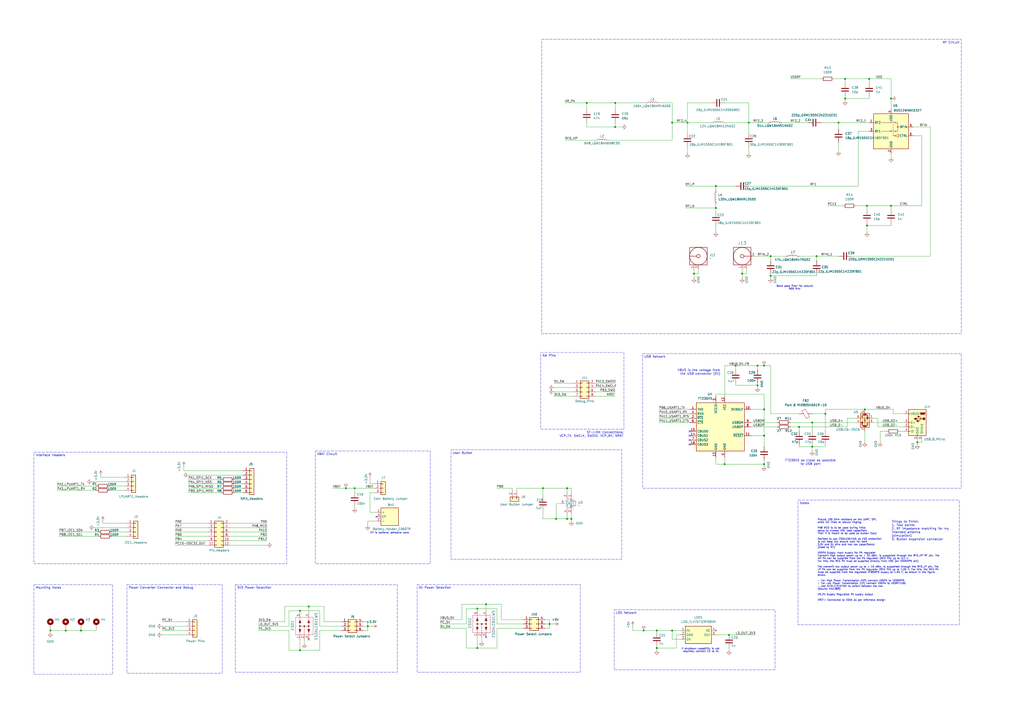
<source format=kicad_sch>
(kicad_sch (version 20231120) (generator "eeschema") (generator_version "8.0")
  (paper "A2")
  (junction (at 173.99 377.19))
  (junction (at -182.88 72.39))
  (junction (at -231.14 101.6))
  (junction (at -181.61 111.76))
  (junction (at -236.22 55.88))
  (junction (at 331.47 300.99))
  (junction (at -219.71 72.39))
  (junction (at 322.58 300.99))
  (junction (at -223.52 295.91))
  (junction (at 398.78 71.12))
  (junction (at -304.8 276.86))
  (junction (at 439.42 212.09))
  (junction (at 389.89 365.76))
  (junction (at 373.38 365.76))
  (junction (at 402.59 158.75))
  (junction (at -207.01 149.86))
  (junction (at -175.26 93.98))
  (junction (at -293.37 279.4))
  (junction (at -252.73 279.4))
  (junction (at -186.69 295.91))
  (junction (at 381 375.92))
  (junction (at 426.72 212.09))
  (junction (at -238.76 322.58))
  (junction (at -289.56 279.4))
  (junction (at 356.87 59.69))
  (junction (at -270.51 279.4))
  (junction (at 430.53 158.75))
  (junction (at 281.94 350.52))
  (junction (at -189.23 55.88))
  (junction (at -196.85 317.5))
  (junction (at -287.02 298.45))
  (junction (at -199.39 295.91))
  (junction (at -304.8 279.4))
  (junction (at 276.86 375.92))
  (junction (at 478.79 240.03))
  (junction (at -254 55.88))
  (junction (at -224.79 55.88))
  (junction (at -261.62 74.93))
  (junction (at 471.17 245.11))
  (junction (at 179.07 351.79))
  (junction (at -187.96 364.49))
  (junction (at -289.56 30.48))
  (junction (at -270.51 74.93))
  (junction (at -270.51 408.94))
  (junction (at -231.14 99.06))
  (junction (at -241.3 290.83))
  (junction (at 46.99 365.76))
  (junction (at -265.43 279.4))
  (junction (at -180.34 335.28))
  (junction (at -172.72 111.76))
  (junction (at 439.42 223.52))
  (junction (at 314.96 283.21))
  (junction (at 328.93 283.21))
  (junction (at 434.34 71.12))
  (junction (at 504.19 45.72))
  (junction (at -214.63 322.58))
  (junction (at 490.22 45.72))
  (junction (at 447.04 160.02))
  (junction (at 490.22 57.15))
  (junction (at -219.71 182.88))
  (junction (at 516.89 119.38))
  (junction (at 328.93 300.99))
  (junction (at 447.04 148.59))
  (junction (at 205.74 283.21))
  (junction (at -182.88 85.09))
  (junction (at -276.86 55.88))
  (junction (at 516.89 57.15))
  (junction (at 502.92 119.38))
  (junction (at 471.17 259.08))
  (junction (at -182.88 335.28))
  (junction (at -224.79 67.31))
  (junction (at 381 365.76))
  (junction (at -265.43 303.53))
  (junction (at 38.1 365.76))
  (junction (at 502.92 130.81))
  (junction (at -304.8 293.37))
  (junction (at -306.07 254))
  (junction (at -248.92 55.88))
  (junction (at -212.09 295.91))
  (junction (at 213.36 363.22))
  (junction (at 356.87 73.66))
  (junction (at -186.69 308.61))
  (junction (at 173.99 354.33))
  (junction (at -207.01 72.39))
  (junction (at 486.41 71.12))
  (junction (at -288.29 69.85))
  (junction (at -288.29 53.34))
  (junction (at -273.05 55.88))
  (junction (at -241.3 279.4))
  (junction (at 501.65 237.49))
  (junction (at -195.58 85.09))
  (junction (at -256.54 167.64))
  (junction (at 340.36 59.69))
  (junction (at -262.89 303.53))
  (junction (at 473.71 148.59))
  (junction (at 443.23 252.73))
  (junction (at 415.29 120.65))
  (junction (at -273.05 408.94))
  (junction (at -182.88 317.5))
  (junction (at -248.92 80.01))
  (junction (at -195.58 72.39))
  (junction (at -260.35 303.53))
  (junction (at -180.34 317.5))
  (junction (at 443.23 237.49))
  (junction (at 276.86 353.06))
  (junction (at -207.01 85.09))
  (junction (at 415.29 107.95))
  (junction (at -205.74 279.4))
  (junction (at 532.13 256.54))
  (junction (at -189.23 93.98))
  (junction (at -288.29 55.88))
  (junction (at 420.37 269.24))
  (junction (at 422.91 368.3))
  (junction (at 318.77 361.95))
  (junction (at -242.57 327.66))
  (junction (at 443.23 269.24))
  (junction (at -212.09 308.61))
  (junction (at 29.21 365.76))
  (junction (at -236.22 295.91))
  (junction (at -207.01 99.06))
  (junction (at -165.1 401.32))
  (junction (at -223.52 308.61))
  (junction (at 200.66 283.21))
  (junction (at -204.47 403.86))
  (junction (at -180.34 180.34))
  (junction (at 389.89 71.12))
  (junction (at 443.23 212.09))
  (junction (at -278.13 298.45))
  (junction (at -175.26 111.76))
  (junction (at 463.55 247.65))
  (junction (at -199.39 308.61))
  (junction (at -172.72 93.98))
  (junction (at -189.23 335.28))
  (no_connect (at 400.05 257.81))
  (no_connect (at 400.05 252.73))
  (no_connect (at 400.05 255.27))
  (no_connect (at 281.94 369.57))
  (no_connect (at -245.11 353.06))
  (no_connect (at -233.68 127))
  (no_connect (at 179.07 370.84))
  (no_connect (at -184.15 182.88))
  (no_connect (at 400.05 250.19))
  (no_connect (at 218.44 299.72))
  (no_connect (at -168.91 403.86))
  (wire (pts (xy -172.72 93.98) (xy -172.72 96.52)))
  (wire (pts (xy 214.63 285.75) (xy 214.63 297.18)))
  (wire (pts (xy 279.4 369.57) (xy 279.4 372.11)))
  (wire (pts (xy 415.29 229.87) (xy 415.29 228.6)))
  (wire (pts (xy -297.18 109.22) (xy -276.86 109.22)))
  (wire (pts (xy -233.68 109.22) (xy -223.52 109.22)))
  (wire (pts (xy 478.79 259.08) (xy 471.17 259.08)))
  (wire (pts (xy -187.96 351.79) (xy -182.88 351.79)))
  (wire (pts (xy -313.69 347.98) (xy -293.37 347.98)))
  (wire (pts (xy -297.18 99.06) (xy -276.86 99.06)))
  (wire (pts (xy 185.42 365.76) (xy 198.12 365.76)))
  (wire (pts (xy -289.56 295.91) (xy -289.56 279.4)))
  (wire (pts (xy 518.16 237.49) (xy 518.16 240.03)))
  (wire (pts (xy -313.69 345.44) (xy -293.37 345.44)))
  (wire (pts (xy -246.38 88.9) (xy -246.38 74.93)))
  (wire (pts (xy -287.02 298.45) (xy -278.13 298.45)))
  (wire (pts (xy -245.11 322.58) (xy -238.76 322.58)))
  (wire (pts (xy 392.43 375.92) (xy 381 375.92)))
  (wire (pts (xy -213.36 401.32) (xy -207.01 401.32)))
  (wire (pts (xy 415.29 265.43) (xy 415.29 269.24)))
  (wire (pts (xy 389.89 59.69) (xy 389.89 71.12)))
  (wire (pts (xy 109.22 275.59) (xy 140.97 275.59)))
  (wire (pts (xy -215.9 135.89) (xy -215.9 143.51)))
  (wire (pts (xy -254 55.88) (xy -254 52.07)))
  (wire (pts (xy -162.56 165.1) (xy -165.1 165.1)))
  (wire (pts (xy -165.1 401.32) (xy -168.91 401.32)))
  (wire (pts (xy -262.89 303.53) (xy -262.89 312.42)))
  (wire (pts (xy -179.07 347.98) (xy -179.07 358.14)))
  (wire (pts (xy 321.31 222.25) (xy 332.74 222.25)))
  (wire (pts (xy -176.53 177.8) (xy -176.53 180.34)))
  (wire (pts (xy 59.69 303.53) (xy 73.66 303.53)))
  (wire (pts (xy -233.68 93.98) (xy -189.23 93.98)))
  (wire (pts (xy -245.11 363.22) (xy -232.41 363.22)))
  (wire (pts (xy -165.1 170.18) (xy -165.1 171.45)))
  (wire (pts (xy 120.65 308.61) (xy 101.6 308.61)))
  (wire (pts (xy 394.97 370.84) (xy 389.89 370.84)))
  (wire (pts (xy -196.85 330.2) (xy -196.85 335.28)))
  (wire (pts (xy 463.55 259.08) (xy 471.17 259.08)))
  (wire (pts (xy 455.93 148.59) (xy 447.04 148.59)))
  (wire (pts (xy -182.88 87.63) (xy -182.88 85.09)))
  (wire (pts (xy 415.29 120.65) (xy 415.29 123.19)))
  (wire (pts (xy -182.88 351.79) (xy -182.88 364.49)))
  (wire (pts (xy 281.94 350.52) (xy 290.83 350.52)))
  (wire (pts (xy -198.12 99.06) (xy -198.12 102.87)))
  (wire (pts (xy 471.17 245.11) (xy 471.17 250.19)))
  (wire (pts (xy 205.74 293.37) (xy 205.74 294.64)))
  (wire (pts (xy -209.55 382.27) (xy -203.2 382.27)))
  (wire (pts (xy 435.61 247.65) (xy 450.85 247.65)))
  (wire (pts (xy 316.23 364.49) (xy 318.77 364.49)))
  (wire (pts (xy 331.47 298.45) (xy 331.47 300.99)))
  (wire (pts (xy 210.82 363.22) (xy 213.36 363.22)))
  (wire (pts (xy -165.1 410.21) (xy -193.04 410.21)))
  (wire (pts (xy 213.36 302.26) (xy 213.36 304.8)))
  (wire (pts (xy 473.71 158.75) (xy 473.71 160.02)))
  (wire (pts (xy 502.92 119.38) (xy 496.57 119.38)))
  (wire (pts (xy 185.42 377.19) (xy 185.42 365.76)))
  (wire (pts (xy -270.51 279.4) (xy -270.51 275.59)))
  (wire (pts (xy -270.51 279.4) (xy -270.51 312.42)))
  (wire (pts (xy 133.35 311.15) (xy 154.94 311.15)))
  (wire (pts (xy 447.04 148.59) (xy 447.04 151.13)))
  (wire (pts (xy -285.75 240.03) (xy -285.75 243.84)))
  (wire (pts (xy -297.18 129.54) (xy -276.86 129.54)))
  (wire (pts (xy 534.67 78.74) (xy 534.67 119.38)))
  (wire (pts (xy 321.31 227.33) (xy 332.74 227.33)))
  (wire (pts (xy -287.02 311.15) (xy -289.56 311.15)))
  (wire (pts (xy 502.92 129.54) (xy 502.92 130.81)))
  (wire (pts (xy -297.18 114.3) (xy -276.86 114.3)))
  (wire (pts (xy -304.8 293.37) (xy -293.37 293.37)))
  (wire (pts (xy 473.71 148.59) (xy 463.55 148.59)))
  (wire (pts (xy -207.01 99.06) (xy -207.01 114.3)))
  (wire (pts (xy 463.55 247.65) (xy 458.47 247.65)))
  (wire (pts (xy 270.51 375.92) (xy 276.86 375.92)))
  (wire (pts (xy 34.29 311.15) (xy 57.15 311.15)))
  (wire (pts (xy -223.52 308.61) (xy -212.09 308.61)))
  (wire (pts (xy -276.86 137.16) (xy -297.18 137.16)))
  (wire (pts (xy -245.11 373.38) (xy -232.41 373.38)))
  (wire (pts (xy -297.18 96.52) (xy -276.86 96.52)))
  (wire (pts (xy -196.85 350.52) (xy -196.85 358.14)))
  (wire (pts (xy -276.86 139.7) (xy -297.18 139.7)))
  (wire (pts (xy -265.43 303.53) (xy -265.43 312.42)))
  (wire (pts (xy -172.72 93.98) (xy -175.26 93.98)))
  (wire (pts (xy 167.64 377.19) (xy 173.99 377.19)))
  (wire (pts (xy -297.18 142.24) (xy -276.86 142.24)))
  (wire (pts (xy -187.96 364.49) (xy -187.96 367.03)))
  (wire (pts (xy -313.69 317.5) (xy -293.37 317.5)))
  (wire (pts (xy -304.8 276.86) (xy -304.8 279.4)))
  (wire (pts (xy -256.54 238.76) (xy -245.11 238.76)))
  (wire (pts (xy -261.62 74.93) (xy -261.62 88.9)))
  (wire (pts (xy 389.89 370.84) (xy 389.89 365.76)))
  (wire (pts (xy -242.57 327.66) (xy -232.41 327.66)))
  (wire (pts (xy -226.06 132.08) (xy -233.68 132.08)))
  (wire (pts (xy -241.3 288.29) (xy -241.3 290.83)))
  (wire (pts (xy 443.23 228.6) (xy 443.23 237.49)))
  (wire (pts (xy 373.38 365.76) (xy 381 365.76)))
  (wire (pts (xy -207.01 137.16) (xy -201.93 137.16)))
  (wire (pts (xy 133.35 303.53) (xy 154.94 303.53)))
  (wire (pts (xy 214.63 280.67) (xy 214.63 276.86)))
  (wire (pts (xy -195.58 403.86) (xy -204.47 403.86)))
  (wire (pts (xy -195.58 401.32) (xy -199.39 401.32)))
  (wire (pts (xy 345.44 222.25) (xy 356.87 222.25)))
  (wire (pts (xy -236.22 295.91) (xy -236.22 298.45)))
  (wire (pts (xy 381 374.65) (xy 381 375.92)))
  (wire (pts (xy -313.69 386.08) (xy -293.37 386.08)))
  (wire (pts (xy -209.55 403.86) (xy -204.47 403.86)))
  (wire (pts (xy 443.23 252.73) (xy 435.61 252.73)))
  (wire (pts (xy -265.43 303.53) (xy -267.97 303.53)))
  (wire (pts (xy -223.52 308.61) (xy -236.22 308.61)))
  (wire (pts (xy -182.88 72.39) (xy -182.88 74.93)))
  (wire (pts (xy 205.74 283.21) (xy 217.17 283.21)))
  (wire (pts (xy 504.19 76.2) (xy 497.84 76.2)))
  (wire (pts (xy -297.18 127) (xy -276.86 127)))
  (wire (pts (xy -245.11 386.08) (xy -215.9 386.08)))
  (wire (pts (xy -276.86 55.88) (xy -273.05 55.88)))
  (wire (pts (xy 328.93 298.45) (xy 328.93 300.99)))
  (wire (pts (xy 435.61 237.49) (xy 443.23 237.49)))
  (wire (pts (xy -285.75 254) (xy -306.07 254)))
  (wire (pts (xy 299.72 283.21) (xy 314.96 283.21)))
  (wire (pts (xy 55.88 365.76) (xy 46.99 365.76)))
  (wire (pts (xy 453.39 71.12) (xy 468.63 71.12)))
  (wire (pts (xy -175.26 93.98) (xy -189.23 93.98)))
  (wire (pts (xy 288.29 361.95) (xy 303.53 361.95)))
  (wire (pts (xy 490.22 55.88) (xy 490.22 57.15)))
  (wire (pts (xy -313.69 353.06) (xy -293.37 353.06)))
  (wire (pts (xy -245.11 365.76) (xy -232.41 365.76)))
  (wire (pts (xy -180.34 317.5) (xy -180.34 320.04)))
  (wire (pts (xy 490.22 57.15) (xy 490.22 58.42)))
  (wire (pts (xy 213.36 365.76) (xy 213.36 363.22)))
  (wire (pts (xy -182.88 335.28) (xy -180.34 335.28)))
  (wire (pts (xy -254 165.1) (xy -254 167.64)))
  (wire (pts (xy -241.3 280.67) (xy -241.3 279.4)))
  (wire (pts (xy -233.68 114.3) (xy -207.01 114.3)))
  (wire (pts (xy -288.29 52.07) (xy -288.29 53.34)))
  (wire (pts (xy -245.11 335.28) (xy -229.87 335.28)))
  (wire (pts (xy -226.06 322.58) (xy -238.76 322.58)))
  (wire (pts (xy -233.68 124.46) (xy -227.33 124.46)))
  (wire (pts (xy -293.37 370.84) (xy -313.69 370.84)))
  (wire (pts (xy -224.79 64.77) (xy -224.79 67.31)))
  (wire (pts (xy -204.47 403.86) (xy -204.47 410.21)))
  (wire (pts (xy -186.69 311.15) (xy -186.69 308.61)))
  (wire (pts (xy 443.23 237.49) (xy 443.23 252.73)))
  (wire (pts (xy 430.53 156.21) (xy 430.53 158.75)))
  (wire (pts (xy 516.89 129.54) (xy 516.89 130.81)))
  (wire (pts (xy 426.72 107.95) (xy 415.29 107.95)))
  (wire (pts (xy -210.82 180.34) (xy -214.63 180.34)))
  (wire (pts (xy -176.53 180.34) (xy -180.34 180.34)))
  (wire (pts (xy -231.14 101.6) (xy -220.98 101.6)))
  (wire (pts (xy 486.41 82.55) (xy 486.41 87.63)))
  (wire (pts (xy 491.49 242.57) (xy 491.49 247.65)))
  (wire (pts (xy 497.84 107.95) (xy 434.34 107.95)))
  (wire (pts (xy -313.69 322.58) (xy -293.37 322.58)))
  (wire (pts (xy -297.18 149.86) (xy -276.86 149.86)))
  (wire (pts (xy -293.37 378.46) (xy -313.69 378.46)))
  (wire (pts (xy 434.34 77.47) (xy 434.34 71.12)))
  (wire (pts (xy 486.41 71.12) (xy 486.41 74.93)))
  (wire (pts (xy -264.16 72.39) (xy -273.05 72.39)))
  (wire (pts (xy 398.78 71.12) (xy 412.75 71.12)))
  (wire (pts (xy -220.98 106.68) (xy -220.98 133.35)))
  (wire (pts (xy 473.71 148.59) (xy 473.71 151.13)))
  (wire (pts (xy -297.18 154.94) (xy -276.86 154.94)))
  (wire (pts (xy 325.12 292.1) (xy 322.58 292.1)))
  (wire (pts (xy 314.96 295.91) (xy 314.96 300.99)))
  (wire (pts (xy 473.71 160.02) (xy 447.04 160.02)))
  (wire (pts (xy 328.93 300.99) (xy 331.47 300.99)))
  (wire (pts (xy -224.79 187.96) (xy -224.79 182.88)))
  (wire (pts (xy 328.93 283.21) (xy 328.93 285.75)))
  (wire (pts (xy 443.23 212.09) (xy 439.42 212.09)))
  (wire (pts (xy -207.01 72.39) (xy -195.58 72.39)))
  (wire (pts (xy 64.77 311.15) (xy 73.66 311.15)))
  (wire (pts (xy 480.06 119.38) (xy 488.95 119.38)))
  (wire (pts (xy -226.06 132.08) (xy -226.06 167.64)))
  (wire (pts (xy -179.07 102.87) (xy -181.61 102.87)))
  (wire (pts (xy -196.85 335.28) (xy -189.23 335.28)))
  (wire (pts (xy -180.34 317.5) (xy -182.88 317.5)))
  (wire (pts (xy -293.37 279.4) (xy -289.56 279.4)))
  (wire (pts (xy 210.82 360.68) (xy 213.36 360.68)))
  (wire (pts (xy 93.98 360.68) (xy 107.95 360.68)))
  (wire (pts (xy -256.54 165.1) (xy -256.54 167.64)))
  (wire (pts (xy -219.71 82.55) (xy -219.71 85.09)))
  (wire (pts (xy 321.31 224.79) (xy 332.74 224.79)))
  (wire (pts (xy -293.37 375.92) (xy -313.69 375.92)))
  (wire (pts (xy 356.87 59.69) (xy 356.87 63.5)))
  (wire (pts (xy 193.04 283.21) (xy 200.66 283.21)))
  (wire (pts (xy -273.05 72.39) (xy -273.05 55.88)))
  (wire (pts (xy -297.18 121.92) (xy -276.86 121.92)))
  (wire (pts (xy -276.86 147.32) (xy -297.18 147.32)))
  (wire (pts (xy -220.98 279.4) (xy -205.74 279.4)))
  (wire (pts (xy -241.3 290.83) (xy -237.49 290.83)))
  (wire (pts (xy 382.27 237.49) (xy 400.05 237.49)))
  (wire (pts (xy -245.11 345.44) (xy -234.95 345.44)))
  (wire (pts (xy -293.37 335.28) (xy -313.69 335.28)))
  (wire (pts (xy -228.6 180.34) (xy -222.25 180.34)))
  (wire (pts (xy 318.77 361.95) (xy 321.31 361.95)))
  (wire (pts (xy 382.27 242.57) (xy 400.05 242.57)))
  (wire (pts (xy -313.69 383.54) (xy -293.37 383.54)))
  (wire (pts (xy 149.86 363.22) (xy 167.64 363.22)))
  (wire (pts (xy 415.29 368.3) (xy 422.91 368.3)))
  (wire (pts (xy 426.72 212.09) (xy 426.72 214.63)))
  (wire (pts (xy -256.54 241.3) (xy -256.54 238.76)))
  (wire (pts (xy -257.81 298.45) (xy -245.11 298.45)))
  (wire (pts (xy 165.1 360.68) (xy 165.1 351.79)))
  (wire (pts (xy -175.26 93.98) (xy -175.26 96.52)))
  (wire (pts (xy -204.47 55.88) (xy -189.23 55.88)))
  (wire (pts (xy 255.27 361.95) (xy 270.51 361.95)))
  (wire (pts (xy -219.71 182.88) (xy -219.71 189.23)))
  (wire (pts (xy -186.69 308.61) (xy -199.39 308.61)))
  (wire (pts (xy -165.1 401.32) (xy -165.1 410.21)))
  (wire (pts (xy 356.87 73.66) (xy 360.68 73.66)))
  (wire (pts (xy -196.85 290.83) (xy -205.74 290.83)))
  (wire (pts (xy -205.74 334.01) (xy -205.74 335.28)))
  (wire (pts (xy 518.16 240.03) (xy 524.51 240.03)))
  (wire (pts (xy -245.11 325.12) (xy -234.95 325.12)))
  (wire (pts (xy 33.02 284.48) (xy 55.88 284.48)))
  (wire (pts (xy 534.67 255.27) (xy 534.67 256.54)))
  (wire (pts (xy -182.88 85.09) (xy -195.58 85.09)))
  (wire (pts (xy -270.51 85.09) (xy -270.51 87.63)))
  (wire (pts (xy -182.88 72.39) (xy -195.58 72.39)))
  (wire (pts (xy -256.54 252.73) (xy -262.89 252.73)))
  (wire (pts (xy 415.29 269.24) (xy 420.37 269.24)))
  (wire (pts (xy -289.56 16.51) (xy -269.24 16.51)))
  (wire (pts (xy 447.04 240.03) (xy 447.04 212.09)))
  (wire (pts (xy 434.34 71.12) (xy 445.77 71.12)))
  (wire (pts (xy 120.65 303.53) (xy 101.6 303.53)))
  (wire (pts (xy 128.27 280.67) (xy 109.22 280.67)))
  (wire (pts (xy 101.6 316.23) (xy 120.65 316.23)))
  (wire (pts (xy 133.35 316.23) (xy 154.94 316.23)))
  (wire (pts (xy -189.23 93.98) (xy -189.23 99.06)))
  (wire (pts (xy 510.54 250.19) (xy 510.54 256.54)))
  (wire (pts (xy 128.27 278.13) (xy 109.22 278.13)))
  (wire (pts (xy 167.64 354.33) (xy 173.99 354.33)))
  (wire (pts (xy -199.39 295.91) (xy -199.39 298.45)))
  (wire (pts (xy 447.04 160.02) (xy 447.04 161.29)))
  (wire (pts (xy -267.97 303.53) (xy -267.97 312.42)))
  (wire (pts (xy -220.98 133.35) (xy -198.12 133.35)))
  (wire (pts (xy -293.37 365.76) (xy -313.69 365.76)))
  (wire (pts (xy -214.63 322.58) (xy -214.63 340.36)))
  (wire (pts (xy 443.23 252.73) (xy 443.23 259.08)))
  (wire (pts (xy -207.01 85.09) (xy -219.71 85.09)))
  (wire (pts (xy -219.71 189.23) (xy -215.9 189.23)))
  (wire (pts (xy -276.86 116.84) (xy -297.18 116.84)))
  (wire (pts (xy 63.5 281.94) (xy 72.39 281.94)))
  (wire (pts (xy 516.89 88.9) (xy 516.89 91.44)))
  (wire (pts (xy -186.69 326.39) (xy -189.23 326.39)))
  (wire (pts (xy 435.61 245.11) (xy 450.85 245.11)))
  (wire (pts (xy 322.58 292.1) (xy 322.58 300.99)))
  (wire (pts (xy 389.89 71.12) (xy 389.89 81.28)))
  (wire (pts (xy -273.05 408.94) (xy -273.05 410.21)))
  (wire (pts (xy 316.23 361.95) (xy 318.77 361.95)))
  (wire (pts (xy 529.59 78.74) (xy 534.67 78.74)))
  (wire (pts (xy 504.19 45.72) (xy 490.22 45.72)))
  (wire (pts (xy 415.29 118.11) (xy 415.29 120.65)))
  (wire (pts (xy 415.29 228.6) (xy 443.23 228.6)))
  (wire (pts (xy -308.61 293.37) (xy -304.8 293.37)))
  (wire (pts (xy -201.93 149.86) (xy -207.01 149.86)))
  (wire (pts (xy -280.67 312.42) (xy -280.67 295.91)))
  (wire (pts (xy 173.99 370.84) (xy 173.99 377.19)))
  (wire (pts (xy -226.06 167.64) (xy -214.63 167.64)))
  (wire (pts (xy -207.01 149.86) (xy -207.01 148.59)))
  (wire (pts (xy 213.36 360.68) (xy 213.36 363.22)))
  (wire (pts (xy -245.11 375.92) (xy -232.41 375.92)))
  (wire (pts (xy -259.08 55.88) (xy -259.08 88.9)))
  (wire (pts (xy -189.23 335.28) (xy -182.88 335.28)))
  (wire (pts (xy 314.96 283.21) (xy 314.96 288.29)))
  (wire (pts (xy -293.37 293.37) (xy -293.37 289.56)))
  (wire (pts (xy -293.37 381) (xy -313.69 381)))
  (wire (pts (xy -270.51 406.4) (xy -270.51 408.94)))
  (wire (pts (xy -165.1 162.56) (xy -165.1 165.1)))
  (wire (pts (xy -287.02 308.61) (xy -287.02 311.15)))
  (wire (pts (xy 58.42 276.86) (xy 72.39 276.86)))
  (wire (pts (xy 504.19 45.72) (xy 504.19 48.26)))
  (wire (pts (xy -233.68 137.16) (xy -228.6 137.16)))
  (wire (pts (xy -245.11 368.3) (xy -232.41 368.3)))
  (wire (pts (xy -182.88 364.49) (xy -187.96 364.49)))
  (wire (pts (xy -256.54 52.07) (xy -256.54 88.9)))
  (wire (pts (xy 506.73 245.11) (xy 524.51 245.11)))
  (wire (pts (xy -297.18 93.98) (xy -276.86 93.98)))
  (wire (pts (xy 382.27 59.69) (xy 389.89 59.69)))
  (wire (pts (xy -180.34 189.23) (xy -208.28 189.23)))
  (wire (pts (xy -292.1 69.85) (xy -288.29 69.85)))
  (wire (pts (xy -313.69 398.78) (xy -293.37 398.78)))
  (wire (pts (xy -285.75 251.46) (xy -285.75 254)))
  (wire (pts (xy -182.88 317.5) (xy -182.88 320.04)))
  (wire (pts (xy 46.99 364.49) (xy 46.99 365.76)))
  (wire (pts (xy 415.29 107.95) (xy 415.29 110.49)))
  (wire (pts (xy -293.37 281.94) (xy -293.37 279.4)))
  (wire (pts (xy -245.11 317.5) (xy -196.85 317.5)))
  (wire (pts (xy -297.18 101.6) (xy -276.86 101.6)))
  (wire (pts (xy 288.29 283.21) (xy 297.18 283.21)))
  (wire (pts (xy -273.05 55.88) (xy -259.08 55.88)))
  (wire (pts (xy 173.99 354.33) (xy 173.99 355.6)))
  (wire (pts (xy -313.69 391.16) (xy -293.37 391.16)))
  (wire (pts (xy 509.27 242.57) (xy 509.27 247.65)))
  (wire (pts (xy -201.93 137.16) (xy -201.93 149.86)))
  (wire (pts (xy 529.59 73.66) (xy 539.75 73.66)))
  (wire (pts (xy 46.99 365.76) (xy 38.1 365.76)))
  (wire (pts (xy 140.97 278.13) (xy 135.89 278.13)))
  (wire (pts (xy -297.18 152.4) (xy -276.86 152.4)))
  (wire (pts (xy -245.11 340.36) (xy -214.63 340.36)))
  (wire (pts (xy 490.22 45.72) (xy 483.87 45.72)))
  (wire (pts (xy -182.88 332.74) (xy -182.88 335.28)))
  (wire (pts (xy 133.35 308.61) (xy 154.94 308.61)))
  (wire (pts (xy 63.5 284.48) (xy 72.39 284.48)))
  (wire (pts (xy -180.34 180.34) (xy -184.15 180.34)))
  (wire (pts (xy -180.34 332.74) (xy -180.34 335.28)))
  (wire (pts (xy 318.77 359.41) (xy 318.77 361.95)))
  (wire (pts (xy 501.65 237.49) (xy 518.16 237.49)))
  (wire (pts (xy 214.63 297.18) (xy 218.44 297.18)))
  (wire (pts (xy -293.37 330.2) (xy -313.69 330.2)))
  (wire (pts (xy -265.43 279.4) (xy -270.51 279.4)))
  (wire (pts (xy -245.11 383.54) (xy -213.36 383.54)))
  (wire (pts (xy 397.51 120.65) (xy 415.29 120.65)))
  (wire (pts (xy 187.96 351.79) (xy 187.96 360.68)))
  (wire (pts (xy 439.42 223.52) (xy 439.42 224.79)))
  (wire (pts (xy -297.18 298.45) (xy -287.02 298.45)))
  (wire (pts (xy 398.78 85.09) (xy 398.78 88.9)))
  (wire (pts (xy 504.19 57.15) (xy 490.22 57.15)))
  (wire (pts (xy 463.55 257.81) (xy 463.55 259.08)))
  (wire (pts (xy -288.29 69.85) (xy -276.86 69.85)))
  (wire (pts (xy -224.79 67.31) (xy -220.98 67.31)))
  (wire (pts (xy -162.56 379.73) (xy -165.1 379.73)))
  (wire (pts (xy 463.55 240.03) (xy 447.04 240.03)))
  (wire (pts (xy -257.81 298.45) (xy -257.81 312.42)))
  (wire (pts (xy -260.35 295.91) (xy -260.35 303.53)))
  (wire (pts (xy -219.71 72.39) (xy -219.71 74.93)))
  (wire (pts (xy 434.34 71.12) (xy 420.37 71.12)))
  (wire (pts (xy -313.69 363.22) (xy -293.37 363.22)))
  (wire (pts (xy -304.8 289.56) (xy -304.8 293.37)))
  (wire (pts (xy 328.93 283.21) (xy 331.47 283.21)))
  (wire (pts (xy -289.56 30.48) (xy -293.37 30.48)))
  (wire (pts (xy -264.16 88.9) (xy -264.16 72.39)))
  (wire (pts (xy 381 365.76) (xy 381 367.03)))
  (wire (pts (xy 447.04 160.02) (xy 447.04 158.75)))
  (wire (pts (xy -297.18 132.08) (xy -276.86 132.08)))
  (wire (pts (xy 218.44 302.26) (xy 213.36 302.26)))
  (wire (pts (xy -236.22 67.31) (xy -236.22 64.77)))
  (wire (pts (xy -252.73 279.4) (xy -252.73 280.67)))
  (wire (pts (xy 426.72 212.09) (xy 439.42 212.09)))
  (wire (pts (xy -223.52 295.91) (xy -212.09 295.91)))
  (wire (pts (xy -165.1 93.98) (xy -172.72 93.98)))
  (wire (pts (xy 439.42 212.09) (xy 439.42 214.63)))
  (wire (pts (xy 478.79 240.03) (xy 471.17 240.03)))
  (wire (pts (xy 140.97 283.21) (xy 135.89 283.21)))
  (wire (pts (xy -189.23 50.8) (xy -189.23 55.88)))
  (wire (pts (xy -313.69 332.74) (xy -293.37 332.74)))
  (wire (pts (xy -280.67 74.93) (xy -270.51 74.93)))
  (wire (pts (xy -218.44 322.58) (xy -214.63 322.58)))
  (wire (pts (xy 59.69 303.53) (xy 59.69 302.26)))
  (wire (pts (xy 516.89 119.38) (xy 516.89 121.92)))
  (wire (pts (xy 506.73 242.57) (xy 509.27 242.57)))
  (wire (pts (xy -313.69 325.12) (xy -293.37 325.12)))
  (wire (pts (xy -172.72 113.03) (xy -172.72 111.76)))
  (wire (pts (xy -276.86 144.78) (xy -297.18 144.78)))
  (wire (pts (xy 276.86 353.06) (xy 276.86 354.33)))
  (wire (pts (xy 179.07 351.79) (xy 187.96 351.79)))
  (wire (pts (xy -207.01 138.43) (xy -207.01 137.16)))
  (wire (pts (xy 149.86 360.68) (xy 165.1 360.68)))
  (wire (pts (xy 389.89 81.28) (xy 353.06 81.28)))
  (wire (pts (xy -293.37 340.36) (xy -313.69 340.36)))
  (wire (pts (xy 381 365.76) (xy 389.89 365.76)))
  (wire (pts (xy -195.58 72.39) (xy -195.58 74.93)))
  (wire (pts (xy -306.07 240.03) (xy -306.07 243.84)))
  (wire (pts (xy 394.97 368.3) (xy 392.43 368.3)))
  (wire (pts (xy -270.51 87.63) (xy -273.05 87.63)))
  (wire (pts (xy 426.72 222.25) (xy 426.72 223.52)))
  (wire (pts (xy 392.43 368.3) (xy 392.43 375.92)))
  (wire (pts (xy -276.86 106.68) (xy -297.18 106.68)))
  (wire (pts (xy 367.03 365.76) (xy 373.38 365.76)))
  (wire (pts (xy -186.69 295.91) (xy -186.69 298.45)))
  (wire (pts (xy -241.3 290.83) (xy -252.73 290.83)))
  (wire (pts (xy -236.22 55.88) (xy -236.22 57.15)))
  (wire (pts (xy -175.26 109.22) (xy -175.26 111.76)))
  (wire (pts (xy -297.18 124.46) (xy -276.86 124.46)))
  (wire (pts (xy -240.03 25.4) (xy -240.03 29.21)))
  (wire (pts (xy 463.55 247.65) (xy 463.55 250.19)))
  (wire (pts (xy -304.8 281.94) (xy -304.8 279.4)))
  (wire (pts (xy 331.47 283.21) (xy 331.47 285.75)))
  (wire (pts (xy 314.96 300.99) (xy 322.58 300.99)))
  (wire (pts (xy -240.03 17.78) (xy -240.03 15.24)))
  (wire (pts (xy 340.36 59.69) (xy 340.36 63.5)))
  (wire (pts (xy -245.11 381) (xy -232.41 381)))
  (wire (pts (xy 120.65 311.15) (xy 101.6 311.15)))
  (wire (pts (xy 447.04 212.09) (xy 443.23 212.09)))
  (wire (pts (xy 210.82 365.76) (xy 213.36 365.76)))
  (wire (pts (xy -248.92 80.01) (xy -248.92 88.9)))
  (wire (pts (xy -260.35 303.53) (xy -260.35 312.42)))
  (wire (pts (xy -204.47 410.21) (xy -200.66 410.21)))
  (wire (pts (xy 185.42 354.33) (xy 185.42 363.22)))
  (wire (pts (xy 478.79 240.03) (xy 478.79 237.49)))
  (wire (pts (xy -189.23 326.39) (xy -189.23 335.28)))
  (wire (pts (xy -313.69 368.3) (xy -293.37 368.3)))
  (wire (pts (xy -288.29 53.34) (xy -288.29 55.88)))
  (wire (pts (xy 420.37 59.69) (xy 434.34 59.69)))
  (wire (pts (xy 389.89 365.76) (xy 394.97 365.76)))
  (wire (pts (xy -165.1 384.81) (xy -165.1 386.08)))
  (wire (pts (xy 471.17 245.11) (xy 458.47 245.11)))
  (wire (pts (xy -254 167.64) (xy -256.54 167.64)))
  (wire (pts (xy 345.44 224.79) (xy 356.87 224.79)))
  (wire (pts (xy 255.27 359.41) (xy 267.97 359.41)))
  (wire (pts (xy 128.27 285.75) (xy 109.22 285.75)))
  (wire (pts (xy -224.79 55.88) (xy -236.22 55.88)))
  (wire (pts (xy -231.14 142.24) (xy -231.14 196.85)))
  (wire (pts (xy -191.77 358.14) (xy -196.85 358.14)))
  (wire (pts (xy 405.13 158.75) (xy 402.59 158.75)))
  (wire (pts (xy 514.35 250.19) (xy 510.54 250.19)))
  (wire (pts (xy -313.69 396.24) (xy -293.37 396.24)))
  (wire (pts (xy -223.52 295.91) (xy -223.52 298.45)))
  (wire (pts (xy 516.89 57.15) (xy 516.89 45.72)))
  (wire (pts (xy -209.55 358.14) (xy -209.55 382.27)))
  (wire (pts (xy 491.49 247.65) (xy 463.55 247.65)))
  (wire (pts (xy -275.59 279.4) (xy -275.59 312.42)))
  (wire (pts (xy 501.65 250.19) (xy 501.65 256.54)))
  (wire (pts (xy -195.58 382.27) (xy -162.56 382.27)))
  (wire (pts (xy -306.07 240.03) (xy -285.75 240.03)))
  (wire (pts (xy 340.36 59.69) (xy 356.87 59.69)))
  (wire (pts (xy 433.07 156.21) (xy 433.07 158.75)))
  (wire (pts (xy -289.56 279.4) (xy -275.59 279.4)))
  (wire (pts (xy -162.56 167.64) (xy -207.01 167.64)))
  (wire (pts (xy -189.23 111.76) (xy -181.61 111.76)))
  (wire (pts (xy -313.69 355.6) (xy -293.37 355.6)))
  (wire (pts (xy 405.13 156.21) (xy 405.13 158.75)))
  (wire (pts (xy 34.29 308.61) (xy 57.15 308.61)))
  (wire (pts (xy -180.34 336.55) (xy -180.34 335.28)))
  (wire (pts (xy 504.19 71.12) (xy 486.41 71.12)))
  (wire (pts (xy -313.69 393.7) (xy -293.37 393.7)))
  (wire (pts (xy -224.79 55.88) (xy -212.09 55.88)))
  (wire (pts (xy 322.58 300.99) (xy 328.93 300.99)))
  (wire (pts (xy -231.14 142.24) (xy -233.68 142.24)))
  (wire (pts (xy 140.97 280.67) (xy 135.89 280.67)))
  (wire (pts (xy -162.56 384.81) (xy -165.1 384.81)))
  (wire (pts (xy -229.87 335.28) (xy -229.87 350.52)))
  (wire (pts (xy -205.74 274.32) (xy -205.74 279.4)))
  (wire (pts (xy -288.29 58.42) (xy -288.29 55.88)))
  (wire (pts (xy -248.92 72.39) (xy -248.92 80.01)))
  (wire (pts (xy -189.23 106.68) (xy -189.23 111.76)))
  (wire (pts (xy -212.09 306.07) (xy -212.09 308.61)))
  (wire (pts (xy 422.91 375.92) (xy 422.91 377.19)))
  (wire (pts (xy -219.71 72.39) (xy -207.01 72.39)))
  (wire (pts (xy 447.04 148.59) (xy 438.15 148.59)))
  (wire (pts (xy 120.65 306.07) (xy 101.6 306.07)))
  (wire (pts (xy 420.37 265.43) (xy 420.37 269.24)))
  (wire (pts (xy 270.51 361.95) (xy 270.51 353.06)))
  (wire (pts (xy -172.72 317.5) (xy -180.34 317.5)))
  (wire (pts (xy 297.18 284.48) (xy 297.18 283.21)))
  (wire (pts (xy -207.01 85.09) (xy -195.58 85.09)))
  (wire (pts (xy -265.43 279.4) (xy -252.73 279.4)))
  (wire (pts (xy -213.36 383.54) (xy -213.36 401.32)))
  (wire (pts (xy 176.53 370.84) (xy 176.53 373.38)))
  (wire (pts (xy -198.12 110.49) (xy -198.12 111.76)))
  (wire (pts (xy 539.75 148.59) (xy 494.03 148.59)))
  (wire (pts (xy -175.26 111.76) (xy -172.72 111.76)))
  (wire (pts (xy -254 55.88) (xy -254 88.9)))
  (wire (pts (xy -207.01 99.06) (xy -198.12 99.06)))
  (wire (pts (xy -245.11 370.84) (xy -232.41 370.84)))
  (wire (pts (xy 402.59 156.21) (xy 402.59 158.75)))
  (wire (pts (xy -198.12 143.51) (xy -203.2 143.51)))
  (wire (pts (xy 478.79 237.49) (xy 501.65 237.49)))
  (wire (pts (xy 55.88 364.49) (xy 55.88 365.76)))
  (wire (pts (xy 458.47 45.72) (xy 476.25 45.72)))
  (wire (pts (xy 434.34 59.69) (xy 434.34 71.12)))
  (wire (pts (xy -289.56 275.59) (xy -273.05 275.59)))
  (wire (pts (xy -212.09 295.91) (xy -212.09 298.45)))
  (wire (pts (xy 173.99 354.33) (xy 185.42 354.33)))
  (wire (pts (xy 471.17 245.11) (xy 496.57 245.11)))
  (wire (pts (xy -276.86 111.76) (xy -297.18 111.76)))
  (wire (pts (xy 397.51 107.95) (xy 415.29 107.95)))
  (wire (pts (xy -306.07 251.46) (xy -306.07 254)))
  (wire (pts (xy -273.05 275.59) (xy -273.05 312.42)))
  (wire (pts (xy 471.17 257.81) (xy 471.17 259.08)))
  (wire (pts (xy 205.74 283.21) (xy 205.74 285.75)))
  (wire (pts (xy 398.78 71.12) (xy 398.78 77.47)))
  (wire (pts (xy 521.97 250.19) (xy 524.51 250.19)))
  (wire (pts (xy 106.68 273.05) (xy 106.68 270.51)))
  (wire (pts (xy 29.21 364.49) (xy 29.21 365.76)))
  (wire (pts (xy 516.89 45.72) (xy 504.19 45.72)))
  (wire (pts (xy 516.89 130.81) (xy 502.92 130.81)))
  (wire (pts (xy -287.02 300.99) (xy -287.02 298.45)))
  (wire (pts (xy -189.23 67.31) (xy -189.23 64.77)))
  (wire (pts (xy 420.37 212.09) (xy 426.72 212.09)))
  (wire (pts (xy 281.94 350.52) (xy 281.94 354.33)))
  (wire (pts (xy 187.96 360.68) (xy 198.12 360.68)))
  (wire (pts (xy -262.89 303.53) (xy -265.43 303.53)))
  (wire (pts (xy 345.44 227.33) (xy 356.87 227.33)))
  (wire (pts (xy -207.01 82.55) (xy -207.01 85.09)))
  (wire (pts (xy -260.35 295.91) (xy -236.22 295.91)))
  (wire (pts (xy -293.37 327.66) (xy -313.69 327.66)))
  (wire (pts (xy -256.54 167.64) (xy -256.54 168.91)))
  (wire (pts (xy -267.97 408.94) (xy -270.51 408.94)))
  (wire (pts (xy 276.86 369.57) (xy 276.86 375.92)))
  (wire (pts (xy 516.89 119.38) (xy 534.67 119.38)))
  (wire (pts (xy -276.86 104.14) (xy -297.18 104.14)))
  (wire (pts (xy 381 375.92) (xy 381 377.19)))
  (wire (pts (xy -198.12 133.35) (xy -198.12 143.51)))
  (wire (pts (xy 179.07 351.79) (xy 179.07 355.6)))
  (wire (pts (xy -293.37 373.38) (xy -313.69 373.38)))
  (wire (pts (xy -240.03 15.24) (xy -228.6 15.24)))
  (wire (pts (xy -224.79 67.31) (xy -236.22 67.31)))
  (wire (pts (xy 53.34 279.4) (xy 72.39 279.4)))
  (wire (pts (xy 534.67 256.54) (xy 532.13 256.54)))
  (wire (pts (xy -270.51 77.47) (xy -270.51 74.93)))
  (wire (pts (xy -233.68 106.68) (xy -220.98 106.68)))
  (wire (pts (xy -313.69 342.9) (xy -293.37 342.9)))
  (wire (pts (xy 173.99 377.19) (xy 185.42 377.19)))
  (wire (pts (xy -207.01 72.39) (xy -207.01 74.93)))
  (wire (pts (xy -181.61 102.87) (xy -181.61 111.76)))
  (wire (pts (xy -214.63 322.58) (xy -205.74 322.58)))
  (wire (pts (xy -245.11 347.98) (xy -234.95 347.98)))
  (wire (pts (xy 443.23 269.24) (xy 443.23 270.51)))
  (wire (pts (xy -205.74 279.4) (xy -205.74 280.67)))
  (wire (pts (xy -186.69 295.91) (xy -180.34 295.91)))
  (wire (pts (xy -223.52 306.07) (xy -223.52 308.61)))
  (wire (pts (xy -228.6 139.7) (xy -233.68 139.7)))
  (wire (pts (xy -245.11 378.46) (xy -232.41 378.46)))
  (wire (pts (xy -207.01 149.86) (xy -207.01 152.4)))
  (wire (pts (xy -165.1 377.19) (xy -165.1 379.73)))
  (wire (pts (xy -245.11 332.74) (xy -227.33 332.74)))
  (wire (pts (xy -210.82 182.88) (xy -219.71 182.88)))
  (wire (pts (xy -269.24 27.94) (xy -269.24 30.48)))
  (wire (pts (xy 516.89 119.38) (xy 502.92 119.38)))
  (wire (pts (xy -288.29 55.88) (xy -276.86 55.88)))
  (wire (pts (xy -172.72 109.22) (xy -172.72 111.76)))
  (wire (pts (xy 478.79 240.03) (xy 478.79 250.19)))
  (wire (pts (xy -224.79 57.15) (xy -224.79 55.88)))
  (wire (pts (xy -199.39 295.91) (xy -212.09 295.91)))
  (wire (pts (xy 490.22 45.72) (xy 490.22 48.26)))
  (wire (pts (xy 93.98 365.76) (xy 107.95 365.76)))
  (wire (pts (xy -245.11 358.14) (xy -209.55 358.14)))
  (wire (pts (xy -215.9 417.83) (xy -175.26 417.83)))
  (wire (pts (xy 420.37 229.87) (xy 420.37 212.09)))
  (wire (pts (xy 93.98 368.3) (xy 107.95 368.3)))
  (wire (pts (xy -289.56 27.94) (xy -289.56 30.48)))
  (wire (pts (xy -182.88 72.39) (xy -176.53 72.39)))
  (wire (pts (xy -189.23 55.88) (xy -189.23 57.15)))
  (wire (pts (xy -218.44 99.06) (xy -231.14 99.06)))
  (wire (pts (xy -313.69 337.82) (xy -293.37 337.82)))
  (wire (pts (xy -162.56 170.18) (xy -165.1 170.18)))
  (wire (pts (xy 516.89 63.5) (xy 516.89 57.15)))
  (wire (pts (xy -215.9 135.89) (xy -223.52 135.89)))
  (wire (pts (xy -273.05 406.4) (xy -273.05 408.94)))
  (wire (pts (xy 433.07 158.75) (xy 430.53 158.75)))
  (wire (pts (xy -228.6 139.7) (xy -228.6 180.34)))
  (wire (pts (xy -297.18 119.38) (xy -276.86 119.38)))
  (wire (pts (xy 327.66 59.69) (xy 340.36 59.69)))
  (wire (pts (xy -231.14 99.06) (xy -233.68 99.06)))
  (wire (pts (xy 382.27 245.11) (xy 400.05 245.11)))
  (wire (pts (xy -209.55 408.94) (xy -209.55 403.86)))
  (wire (pts (xy 422.91 368.3) (xy 438.15 368.3)))
  (wire (pts (xy 167.64 365.76) (xy 167.64 377.19)))
  (wire (pts (xy -187.96 353.06) (xy -187.96 351.79)))
  (wire (pts (xy 213.36 363.22) (xy 215.9 363.22)))
  (wire (pts (xy -306.07 254) (xy -309.88 254)))
  (wire (pts (xy -297.18 157.48) (xy -276.86 157.48)))
  (wire (pts (xy 140.97 285.75) (xy 135.89 285.75)))
  (wire (pts (xy 165.1 351.79) (xy 179.07 351.79)))
  (wire (pts (xy -180.34 180.34) (xy -180.34 189.23)))
  (wire (pts (xy -278.13 298.45) (xy -278.13 312.42)))
  (wire (pts (xy -179.07 358.14) (xy -184.15 358.14)))
  (wire (pts (xy 434.34 85.09) (xy 434.34 88.9)))
  (wire (pts (xy -313.69 350.52) (xy -293.37 350.52)))
  (wire (pts (xy -313.69 320.04) (xy -293.37 320.04)))
  (wire (pts (xy 356.87 71.12) (xy 356.87 73.66)))
  (wire (pts (xy -248.92 72.39) (xy -219.71 72.39)))
  (wire (pts (xy 288.29 364.49) (xy 303.53 364.49)))
  (wire (pts (xy 64.77 308.61) (xy 73.66 308.61)))
  (wire (pts (xy -248.92 80.01) (xy -251.46 80.01)))
  (wire (pts (xy -251.46 80.01) (xy -251.46 88.9)))
  (wire (pts (xy -304.8 279.4) (xy -293.37 279.4)))
  (wire (pts (xy 532.13 256.54) (xy 532.13 257.81)))
  (wire (pts (xy -260.35 303.53) (xy -262.89 303.53)))
  (wire (pts (xy 133.35 313.69) (xy 154.94 313.69)))
  (wire (pts (xy -252.73 290.83) (xy -252.73 288.29)))
  (wire (pts (xy -240.03 29.21) (xy -246.38 29.21)))
  (wire (pts (xy 389.89 71.12) (xy 398.78 71.12)))
  (wire (pts (xy 398.78 59.69) (xy 398.78 71.12)))
  (wire (pts (xy -304.8 275.59) (xy -304.8 276.86)))
  (wire (pts (xy -227.33 332.74) (xy -227.33 347.98)))
  (wire (pts (xy 270.51 353.06) (xy 276.86 353.06)))
  (wire (pts (xy 327.66 81.28) (xy 345.44 81.28)))
  (wire (pts (xy -196.85 350.52) (xy -229.87 350.52)))
  (wire (pts (xy 497.84 76.2) (xy 497.84 107.95)))
  (wire (pts (xy -280.67 295.91) (xy -289.56 295.91)))
  (wire (pts (xy 200.66 283.21) (xy 205.74 283.21)))
  (wire (pts (xy -195.58 82.55) (xy -195.58 85.09)))
  (wire (pts (xy 439.42 223.52) (xy 426.72 223.52)))
  (wire (pts (xy 471.17 259.08) (xy 471.17 261.62)))
  (wire (pts (xy 38.1 365.76) (xy 29.21 365.76)))
  (wire (pts (xy -231.14 196.85) (xy -190.5 196.85)))
  (wire (pts (xy -186.69 308.61) (xy -186.69 306.07)))
  (wire (pts (xy 443.23 269.24) (xy 443.23 266.7)))
  (wire (pts (xy -199.39 308.61) (xy -212.09 308.61)))
  (wire (pts (xy 120.65 313.69) (xy 101.6 313.69)))
  (wire (pts (xy -196.85 317.5) (xy -196.85 322.58)))
  (wire (pts (xy 58.42 276.86) (xy 58.42 275.59)))
  (wire (pts (xy 486.41 148.59) (xy 473.71 148.59)))
  (wire (pts (xy -205.74 290.83) (xy -205.74 288.29)))
  (wire (pts (xy 276.86 353.06) (xy 288.29 353.06)))
  (wire (pts (xy -233.68 121.92) (xy -227.33 121.92)))
  (wire (pts (xy -182.88 85.09) (xy -182.88 82.55)))
  (wire (pts (xy 321.31 229.87) (xy 332.74 229.87)))
  (wire (pts (xy -267.97 406.4) (xy -267.97 408.94)))
  (wire (pts (xy -233.68 119.38) (xy -227.33 119.38)))
  (wire (pts (xy -181.61 111.76) (xy -175.26 111.76)))
  (wire (pts (xy -161.29 398.78) (xy -161.29 401.32)))
  (wire (pts (xy 478.79 257.81) (xy 478.79 259.08)))
  (wire (pts (xy 128.27 283.21) (xy 109.22 283.21)))
  (wire (pts (xy -205.74 322.58) (xy -205.74 326.39)))
  (wire (pts (xy 382.27 240.03) (xy 400.05 240.03)))
  (wire (pts (xy -187.96 364.49) (xy -187.96 363.22)))
  (wire (pts (xy -224.79 182.88) (xy -219.71 182.88)))
  (wire (pts (xy -245.11 327.66) (xy -242.57 327.66)))
  (wire (pts (xy 356.87 59.69) (xy 374.65 59.69)))
  (wire (pts (xy -269.24 16.51) (xy -269.24 20.32)))
  (wire (pts (xy 149.86 365.76) (xy 167.64 365.76)))
  (wire (pts (xy 502.92 119.38) (xy 502.92 121.92)))
  (wire (pts (xy 340.36 73.66) (xy 356.87 73.66)))
  (wire (pts (xy 38.1 364.49) (xy 38.1 365.76)))
  (wire (pts (xy 532.13 255.27) (xy 532.13 256.54)))
  (wire (pts (xy 412.75 59.69) (xy 398.78 59.69)))
  (wire (pts (xy 420.37 269.24) (xy 443.23 269.24)))
  (wire (pts (xy 439.42 222.25) (xy 439.42 223.52)))
  (wire (pts (xy -227.33 347.98) (xy -179.07 347.98)))
  (wire (pts (xy 504.19 55.88) (xy 504.19 57.15)))
  (wire (pts (xy 267.97 350.52) (xy 281.94 350.52)))
  (wire (pts (xy 106.68 273.05) (xy 140.97 273.05)))
  (wire (pts (xy -210.82 99.06) (xy -207.01 99.06)))
  (wire (pts (xy -241.3 279.4) (xy -228.6 279.4)))
  (wire (pts (xy -256.54 248.92) (xy -256.54 252.73)))
  (wire (pts (xy 509.27 247.65) (xy 524.51 247.65)))
  (wire (pts (xy -276.86 69.85) (xy -276.86 66.04)))
  (wire (pts (xy 267.97 359.41) (xy 267.97 350.52)))
  (wire (pts (xy 167.64 363.22) (xy 167.64 354.33)))
  (wire (pts (xy 331.47 302.26) (xy 331.47 300.99)))
  (wire (pts (xy 318.77 364.49) (xy 318.77 361.95)))
  (wire (pts (xy 185.42 363.22) (xy 198.12 363.22)))
  (wire (pts (xy -270.51 408.94) (xy -273.05 408.94)))
  (wire (pts (xy 539.75 73.66) (xy 539.75 148.59)))
  (wire (pts (xy -270.51 74.93) (xy -261.62 74.93)))
  (wire (pts (xy 214.63 280.67) (xy 217.17 280.67)))
  (wire (pts (xy -241.3 279.4) (xy -252.73 279.4)))
  (wire (pts (xy -248.92 55.88) (xy -236.22 55.88)))
  (wire (pts (xy 415.29 130.81) (xy 415.29 134.62)))
  (wire (pts (xy 314.96 283.21) (xy 328.93 283.21)))
  (wire (pts (xy 54.61 306.07) (xy 73.66 306.07)))
  (wire (pts (xy -210.82 143.51) (xy -215.9 143.51)))
  (wire (pts (xy -233.68 101.6) (xy -231.14 101.6)))
  (wire (pts (xy 340.36 71.12) (xy 340.36 73.66)))
  (wire (pts (xy 276.86 375.92) (xy 288.29 375.92)))
  (wire (pts (xy 367.03 363.22) (xy 367.03 365.76)))
  (wire (pts (xy 29.21 365.76) (xy 29.21 367.03)))
  (wire (pts (xy -276.86 58.42) (xy -276.86 55.88)))
  (wire (pts (xy -199.39 306.07) (xy -199.39 308.61)))
  (wire (pts (xy 270.51 364.49) (xy 270.51 375.92)))
  (wire (pts (xy 217.17 285.75) (xy 214.63 285.75)))
  (wire (pts (xy 345.44 229.87) (xy 356.87 229.87)))
  (wire (pts (xy 133.35 306.07) (xy 154.94 306.07)))
  (wire (pts (xy -245.11 350.52) (xy -234.95 350.52)))
  (wire (pts (xy 290.83 359.41) (xy 303.53 359.41)))
  (wire (pts (xy 402.59 158.75) (xy 402.59 161.29)))
  (wire (pts (xy -293.37 360.68) (xy -313.69 360.68)))
  (wire (pts (xy 288.29 375.92) (xy 288.29 364.49)))
  (wire (pts (xy 290.83 350.52) (xy 290.83 359.41)))
  (wire (pts (xy 316.23 359.41) (xy 318.77 359.41)))
  (wire (pts (xy -236.22 306.07) (xy -236.22 308.61)))
  (wire (pts (xy -269.24 30.48) (xy -289.56 30.48)))
  (wire (pts (xy 430.53 158.75) (xy 430.53 161.29)))
  (wire (pts (xy -288.29 66.04) (xy -288.29 69.85)))
  (wire (pts (xy -182.88 317.5) (xy -196.85 317.5)))
  (wire (pts (xy 476.25 71.12) (xy 486.41 71.12)))
  (wire (pts (xy -289.56 16.51) (xy -289.56 20.32)))
  (wire (pts (xy 502.92 130.81) (xy 502.92 134.62)))
  (wire (pts (xy 255.27 364.49) (xy 270.51 364.49)))
  (wire (pts (xy -215.9 386.08) (xy -215.9 417.83)))
  (wire (pts (xy -161.29 401.32) (xy -165.1 401.32)))
  (wire (pts (xy 33.02 281.94) (xy 55.88 281.94)))
  (wire (pts (xy -248.92 55.88) (xy -254 55.88)))
  (wire (pts (xy -186.69 295.91) (xy -199.39 295.91)))
  (wire (pts (xy -180.34 67.31) (xy -189.23 67.31)))
  (wire (pts (xy 93.98 363.22) (xy 107.95 363.22)))
  (wire (pts (xy -273.05 52.07) (xy -256.54 52.07)))
  (wire (pts (xy -313.69 388.62) (xy -293.37 388.62)))
  (wire (pts (xy -236.22 295.91) (xy -223.52 295.91)))
  (wire (pts (xy 299.72 283.21) (xy 299.72 284.48)))
  (wire (pts (xy 496.57 242.57) (xy 491.49 242.57)))
  (wire (pts (xy -223.52 109.22) (xy -223.52 135.89)))
  (wire (pts (xy -246.38 74.93) (xy -228.6 74.93)))
  (wire (pts (xy 288.29 353.06) (xy 288.29 361.95)))
  (text_box "Notes" (at 462.915 290.068 0) (size 93.472 72.39) (stroke (width 0) (type dash)) (effects (font (size 1.27 1.27)) (justify left top)))
  (text_box "Mounting Holes" (at 19.685 339.09 0) (size 45.72 52.07) (stroke (width 0) (type dash)) (effects (font (size 1.27 1.27)) (justify left top)))
  (text_box "USB Network" (at 372.745 205.105 0) (size 184.785 78.105) (stroke (width 0) (type dash)) (effects (font (size 1.27 1.27)) (justify left top)))
  (text_box "5V Power Selection" (at 241.935 339.09 0) (size 94.615 50.8) (stroke (width 0) (type dash)) (effects (font (size 1.27 1.27)) (justify left top)))
  (text_box "Interface Headers" (at 19.685 262.255 0) (size 146.685 64.77) (stroke (width 0) (type dash)) (effects (font (size 1.27 1.27)) (justify left top)))
  (text_box "User Button" (at 261.62 260.985 0) (size 99.06 63.5) (stroke (width 0) (type dash)) (effects (font (size 1.27 1.27)) (justify left top)))
  (text_box "RF Circuit" (at 314.325 22.86 0) (size 243.205 170.815) (stroke (width 0) (type dash)) (effects (font (size 1.27 1.27)) (justify right top)))
  (text_box "Power Converter Connector and Debug\n\n" (at 73.66 339.09 0) (size 55.245 51.435) (stroke (width 0) (type dash)) (effects (font (size 1.27 1.27)) (justify left top)))
  (text_box "LDO Network" (at 356.235 353.695 0) (size 93.345 34.925) (stroke (width 0) (type dash)) (effects (font (size 1.27 1.27)) (justify left top)))
  (text_box "3V3 Power Selection" (at 136.525 339.09 0) (size 93.98 50.8) (stroke (width 0) (type dash)) (effects (font (size 1.27 1.27)) (justify left top)))
  (text_box "MCU Circuit" (at -14.605 431.165 0) (size 277.495 224.79) (stroke (width 0) (type dash)) (effects (font (size 1.27 1.27)) (justify right top)))
  (text_box "SW Pins" (at 313.69 204.47 0) (size 48.26 44.45) (stroke (width 0) (type dash)) (effects (font (size 1.27 1.27)) (justify left top)))
  (text_box "VBAT Circuit" (at 182.88 261.62 0) (size 66.675 65.405) (stroke (width 0) (type dash)) (effects (font (size 1.27 1.27)) (justify left top)))
  (text "These capacitors must be placed as close\nas possible to (or below) the appropriate \npins on the underside of the PCB" (at -315.722 297.688 0) (effects (font (size 1 1))))
  (text "This 3.3V is from \ndigital power rail" (at -204.47 274.32 0) (effects (font (size 1 1)) (justify left bottom)))
  (text "EP is optional adhesive zone" (at 226.06 309.118 0) (effects (font (size 1 1))))
  (text "For the UFQFPN48 package, VREF+ is \ninternally connected to VDDA" (at -281.94 425.958 0) (effects (font (size 1.27 1.27))))
  (text "Can be used as GPIO" (at -192.786 420.37 0) (effects (font (size 1 1))))
  (text "If shutdown capability is not \nrequired, connect EN to IN." (at 406.654 377.19 0) (effects (font (size 1 1))))
  (text "VDDA feeds ADC and DAC pins, and it\nneeds more filtering" (at -170.688 45.212 0) (effects (font (size 1 1)) (justify right bottom)))
  (text "Peripherals:\n1. EEPROM memory chips (SPI or I2C)\n2. Bluetooth\n3. GPS\n4. Orientation sensor (MEMS)\n5. USB\n6. Ethernet (Maybe)\n7. A set of user buttons (maybe 4)" (at -307.848 63.5 0) (effects (font (size 1.27 1.27)) (justify right bottom)))
  (text "Ordered: STM32WL55CCU6 x1 48-UFQFN Exposed Pad\n		STM32WL55JCI6 x2" (at -276.098 420.37 0) (effects (font (size 1.27 1.27))))
  (text "Place 33p Capacitors near the MCU" (at -301.752 233.426 0) (effects (font (size 1.27 1.27))))
  (text "Ordered: STM32WL55CCU6 x1 48-UFQFN Exposed Pad\n		STM32WL55JCI6 x2" (at -259.588 179.07 0) (effects (font (size 1.27 1.27))))
  (text "PWR_FLG tells KiCad that\nthis is power source" (at -247.904 270.51 0) (effects (font (size 1 1)) (justify right bottom)))
  (text "Capacitors inside MCU\nSet registers" (at -206.502 157.48 0) (effects (font (size 1 1))))
  (text "The devices include internal programmable capacitances that can be used to tune the\ncrystal frequency in order to compensate the PCB parasitic one.\n\nLoad capacitors are located in the MCU and\ncan be set using SUBGHZ_HSEINTRIMR and\nSUBGHZ_HSEOUTTRIMR registers\n\nminimum value ~11.3 pF\nmaximum capacitor value ~33.4 pF\n\nThe HSE32 frequency can be measured by outputting the HSE32 clock on the MCO when\nin Run mode." (at -181.61 141.986 0) (effects (font (size 1 1)) (justify left)))
  (text "These capacitors must be placed as close\nas possible to (or below) the appropriate \npins on the underside of the PCB" (at -299.212 74.168 0) (effects (font (size 1 1))))
  (text "Placed 100 Ohm resistors on the UART, SPI,\nandd I2C lines to reduce ringing.\n\nPA8 MCO is to be used during intial\nsetup to choose HSE load capacitors\nThen it is meant to be used as button input\n\nDecided to use ESDALC6V1W5 as ESD protection\nIs not ideal but should work for both\n3.3V and 5V pins and has low capacitance\n(Used by ST)\n\nVDDPA Supply Input supply for PA regulator\nTransmit high output power up to + 22 dBm, is supported through the RFO_HP RF pin. The\nHP PA can be supplied from the PA regulator (REG PA) up to 3.1 V.\nFor this, the REG PA must be supplied directly from VDD (on VDDSMPS pin)\n\nThe transmit low output power up to + 15 dBm, is supported through the RFO_LP pin. The\nLP PA can be supplied from the PA regulator (REG PA) up to 1.35 V. For this, the REG PA\nmust be supplied from the regulated VFBSMPS supply at 1.55 V, as shown in the figure\nbelow.\n\n- For High Power Transmission (HP) connect VDDPA to VDDSMPS\n- For Low Power Transmission (LP) connect VDDPA to VDDRF1V55\n- Use NX3L1T3157GM to switch between the two\n(Source mb1389)\n\nVR_PA Supply Regulated PA supply output\n\nVREF+ Connected to VDDA as per refernece design" (at 474.218 324.866 0) (effects (font (size 1 1)) (justify left)))
  (text "VDDPA Supply Input supply for PA regulator" (at -256.794 115.316 90) (effects (font (size 1 1))))
  (text "Regulated PA supply output" (at -230.632 329.438 0) (effects (font (size 1 1))))
  (text "10uF could be 4u7" (at -170.434 82.042 0) (effects (font (size 1.27 1.27))))
  (text "Band pass filter for around\n900 MHz" (at 461.01 166.878 0) (effects (font (size 1 1))))
  (text "Place 33p Capacitors near the MCU" (at -285.242 9.906 0) (effects (font (size 1.27 1.27))))
  (text "Regulated PA supply output" (at -219.202 103.378 0) (effects (font (size 1 1))))
  (text "ST-LINK Connections:\nVCP_TX, SWCLK, SWDIO, VCP_RX, NRST" (at 361.696 253.746 0) (effects (font (size 1.27 1.27)) (justify right bottom)))
  (text "Capacitors inside MCU\nSet registers" (at -187.452 372.11 0) (effects (font (size 1 1))))
  (text "STM32MP157FAD1 2x\nSTM32WB55CGU6 2x\nSTM32WB5MMGH6TR\nSTM32MP135DAF7\nSTM32H7S7L8H6H\n\nSTSPIN958TR\nSTM32H7S3I8T6\nLSM6DSV16XTR\nISM330BXTR\nSTM32WL55CCU6\nSTM32WL55JCI6 2x" (at -17.526 18.796 0) (effects (font (size 1 1))))
  (text "Place near VDDPA pin" (at -286.512 238.76 0) (effects (font (size 1 1))))
  (text "For highest RF power" (at -284.48 277.114 0) (effects (font (size 1.27 1.27))))
  (text "PWR_FLG tells KiCad that\nthis is power source" (at -231.394 46.99 0) (effects (font (size 1 1)) (justify right bottom)))
  (text "100 nF for each VDD or VDDIO2 (Ceramic capacitors)" (at -187.198 71.882 0) (effects (font (size 1.27 1.27)) (justify right bottom)))
  (text "PIN1 NC = Oscillation" (at -171.704 408.178 0) (effects (font (size 1 1) (thickness 0.125)) (justify right)))
  (text "Can be used as GPIO" (at -208.026 199.39 0) (effects (font (size 1 1))))
  (text "10uF could be 4u7" (at -170.434 305.562 0) (effects (font (size 1.27 1.27))))
  (text "VDDA feeds ADC and DAC pins, and it\nneeds more filtering" (at -187.198 268.732 0) (effects (font (size 1 1)) (justify right bottom)))
  (text "BOOT0 Switch HIGH enables \nUART or I2C too allow\nprogramminng of the MCU" (at -160.782 180.594 0) (effects (font (size 1 1)) (justify left bottom)))
  (text "Peripherals:\n1. EEPROM memory chips (SPI or I2C)\n2. Bluetooth\n3. GPS\n4. Orientation sensor (MEMS)\n5. USB\n6. Ethernet (Maybe)\n7. A set of user buttons (maybe 4)" (at -324.358 287.02 0) (effects (font (size 1.27 1.27)) (justify right bottom)))
  (text "FCM1608KF-601T03TAI-TECH" (at -212.852 42.926 0) (effects (font (size 1 1))))
  (text "For the UFQFPN48 package, VREF+ is \ninternally connected to VDDA" (at -265.43 184.658 0) (effects (font (size 1.27 1.27))))
  (text "70R@100MHz\n" (at -234.442 270.002 0) (effects (font (size 1.27 1.27)) (justify left bottom)))
  (text "PIN1 NC = Oscillation" (at -186.944 187.198 0) (effects (font (size 1 1) (thickness 0.125)) (justify right)))
  (text "100 nF for each VDD or VDDIO2 (Ceramic capacitors)" (at -203.708 295.402 0) (effects (font (size 1.27 1.27)) (justify right bottom)))
  (text "70R@100MHz\n" (at -217.932 46.482 0) (effects (font (size 1.27 1.27)) (justify left bottom)))
  (text "Things to finish:\n1. Test points\n2. RF impedance matching for my\nintended antenna\n(simulation)\n3. Button expansion connector" (at 517.144 307.848 0) (effects (font (size 1.27 1.27)) (justify left)))
  (text "VDDPA Supply Input supply for PA regulator" (at -273.304 338.836 90) (effects (font (size 1 1))))
  (text "Clock Output" (at -321.31 336.804 0) (effects (font (size 1.27 1.27))))
  (text "BOOT0 Switch HIGH enables \nUART or I2C too allow\nprogramminng of the MCU" (at -153.416 384.048 0) (effects (font (size 1 1)) (justify left bottom)))
  (text "Clock Output" (at -304.8 113.284 0) (effects (font (size 1.27 1.27))))
  (text "Place near VDDPA pin" (at -270.002 15.24 0) (effects (font (size 1 1))))
  (text "This 3.3V is from \ndigital power rail" (at -187.96 50.8 0) (effects (font (size 1 1)) (justify left bottom)))
  (text "For highest RF power" (at -267.97 53.594 0) (effects (font (size 1.27 1.27))))
  (text "VBUS is the voltage from\nthe USB connector (5V)" (at 417.83 217.678 0) (effects (font (size 1.27 1.27)) (justify right bottom)))
  (text "FCM1608KF-601T03TAI-TECH" (at -229.362 266.446 0) (effects (font (size 1 1))))
  (text "The devices include internal programmable capacitances that can be used to tune the\ncrystal frequency in order to compensate the PCB parasitic one.\n\nLoad capacitors are located in the MCU and\ncan be set using SUBGHZ_HSEINTRIMR and\nSUBGHZ_HSEOUTTRIMR registers\n\nminimum value ~11.3 pF\nmaximum capacitor value ~33.4 pF\n\nThe HSE32 frequency can be measured by outputting the HSE32 clock on the MCO when\nin Run mode." (at -177.038 352.298 0) (effects (font (size 1 1)) (justify left)))
  (text "FT230XS as close as possible\nto USB port" (at 470.154 268.224 0) (effects (font (size 1.27 1.27))))
  (label "PA3_LPUART1_RX" (at -297.18 101.6 0))
  (label "PA13_SWDIO" (at -297.18 127 0))
  (label "PB5_SPI1_MOSI" (at -313.69 373.38 0))
  (label "PC4" (at -237.49 373.38 0))
  (label "5V_SW" (at 255.27 364.49 0))
  (label "VDDRF" (at -275.59 308.61 90))
  (label "VDDSMPS" (at -280.67 308.61 90))
  (label "PA5" (at -293.37 106.68 180))
  (label "PA6_SPI1_MISO" (at -297.18 109.22 0))
  (label "VBAT" (at -245.11 298.45 180))
  (label "RFO_HP" (at -234.95 350.52 180))
  (label "PA6_SPI1_MISO" (at 109.22 283.21 0))
  (label "PC13" (at 480.06 119.38 0))
  (label "PA5" (at 154.94 303.53 180))
  (label "PC_3V3" (at 93.98 365.76 0))
  (label "PB0" (at -309.88 360.68 180))
  (label "RFIN_1" (at 476.25 148.59 0))
  (label "PA9" (at 101.6 308.61 0))
  (label "RFI_N" (at -234.95 345.44 180))
  (label "PB7_I2C1_SDA" (at -297.18 152.4 0))
  (label "PB10" (at -308.61 386.08 180))
  (label "PH1-OSC_OUT" (at -223.52 130.81 90))
  (label "VR_PA" (at -227.33 101.6 0))
  (label "PC15-OSC32_OUT" (at 101.6 316.23 0))
  (label "PC_5V" (at 255.27 361.95 0))
  (label "PA0" (at -297.18 93.98 0))
  (label "RF2_4" (at 392.43 71.12 0))
  (label "VLXSMPS" (at -222.25 99.06 180) (effects (font (size 1 1))))
  (label "VDD" (at 508 45.72 0))
  (label "NRST" (at -165.1 93.98 180))
  (label "VDDRF" (at -245.11 238.76 180))
  (label "PB1" (at -309.88 363.22 180))
  (label "RFI_P" (at -233.68 121.92 0))
  (label "LD_OUT_3V3" (at 426.72 368.3 0))
  (label "PA3_LPUART1_RX" (at -313.69 325.12 0))
  (label "BOOT0" (at -219.71 358.14 180))
  (label "NRST" (at 351.79 229.87 0))
  (label "PA14_SWCLK" (at -297.18 129.54 0))
  (label "RFI_N" (at 397.51 120.65 0))
  (label "PA7" (at 101.6 306.07 0))
  (label "PC15-OSC32_OUT" (at -231.14 167.64 90))
  (label "VDDSMPS" (at -264.16 52.07 180))
  (label "PA4_SPI1_NSS" (at -297.18 104.14 0))
  (label "VDDRF" (at -259.08 85.09 90))
  (label "VBAT" (at 193.04 283.21 0))
  (label "VDDSMPS" (at -280.67 275.59 180))
  (label "PA2_LPUART1_TX" (at -297.18 99.06 0))
  (label "PA5" (at -309.88 330.2 180))
  (label "5V_SW" (at 321.31 222.25 0))
  (label "PA7" (at -293.37 111.76 180))
  (label "RF2_3" (at 436.88 71.12 0))
  (label "VBUS_5V" (at 508 237.49 0))
  (label "PA1_SPI1_SCK" (at -313.69 320.04 0))
  (label "PA1_SPI1_SCK" (at -297.18 96.52 0))
  (label "PH1-OSC_OUT" (at -208.28 350.52 180))
  (label "PB2" (at 154.94 311.15 180))
  (label "PC3" (at -237.49 370.84 0))
  (label "PC5" (at -237.49 375.92 0))
  (label "VBUS_5V_FB" (at 422.91 212.09 0))
  (label "PB3_SWO" (at -304.8 368.3 180))
  (label "PA14_SWCLK" (at -313.69 353.06 0))
  (label "USB_D2+" (at 511.81 245.11 0))
  (label "PA15" (at -308.61 355.6 180))
  (label "RFI_N" (at -233.68 119.38 0))
  (label "USB_D-" (at 481.33 247.65 0))
  (label "PA4_SPI1_NSS" (at -313.69 327.66 0))
  (label "PB7_I2C1_SDA" (at 34.29 308.61 0))
  (label "PA0" (at -313.69 317.5 0))
  (label "RFI_P" (at -234.95 347.98 180))
  (label "PA6_SPI1_MISO" (at -313.69 332.74 0))
  (label "PA11_USART1_CTS" (at -313.69 345.44 0))
  (label "USB_D2-" (at 511.81 247.65 0))
  (label "CTRL" (at 521.97 119.38 0))
  (label "PA12_USART1_RTS" (at 382.27 242.57 0))
  (label "PB0" (at -293.37 137.16 180))
  (label "USBDP" (at 436.88 247.65 0))
  (label "PA9" (at -293.37 116.84 180))
  (label "PB6_USART1_TX" (at 382.27 237.49 0))
  (label "RFIN_2" (at 439.42 148.59 0))
  (label "PC2" (at -237.49 368.3 0))
  (label "PB13" (at -308.61 393.7 180))
  (label "PA9" (at -309.88 340.36 180))
  (label "RFO_HP" (at 327.66 81.28 0))
  (label "PC_5V" (at 93.98 360.68 0))
  (label "BOOT0J" (at -193.04 167.64 180))
  (label "PC13" (at -233.68 137.16 0))
  (label "PB0" (at 292.1 283.21 180))
  (label "PB11" (at -308.61 388.62 180))
  (label "PC1" (at -237.49 365.76 0))
  (label "USBDM" (at 436.88 245.11 0))
  (label "PA14_SWCLK" (at 345.44 224.79 0))
  (label "USB_D+" (at 481.33 245.11 0))
  (label "VDDSMPS" (at -295.91 240.03 180))
  (label "PB7_I2C1_SDA" (at -313.69 378.46 0))
  (label "PA2_LPUART1_TX" (at 33.02 281.94 0))
  (label "PA7" (at -309.88 335.28 180))
  (label "PB12" (at -308.61 391.16 180))
  (label "PB8_I2C1_SCL" (at -313.69 381 0))
  (label "PC6" (at -237.49 378.46 0))
  (label "PA10_USART1_RX" (at 382.27 240.03 0))
  (label "PA13_SWDIO" (at -313.69 350.52 0))
  (label "PA10_USART1_RX" (at -297.18 119.38 0))
  (label "PB8_I2C1_SCL" (at 34.29 311.15 0))
  (label "PB3_SWO" (at -288.29 142.24 180))
  (label "PB9" (at -309.88 383.54 180))
  (label "RFO_HP" (at -233.68 124.46 0))
  (label "PA15" (at -292.1 132.08 180))
  (label "VFBSMPS" (at -297.18 298.45 0))
  (label "PB0" (at 101.6 311.15 0))
  (label "VFBSMPS" (at -224.79 340.36 0))
  (label "LD_OUT_3V3" (at 149.86 363.22 0))
  (label "PB5_SPI1_MOSI" (at 109.22 285.75 0))
  (label "RF1" (at 469.9 107.95 0))
  (label "BOOT0" (at -226.06 132.08 180))
  (label "PA11_USART1_CTS" (at 382.27 245.11 0))
  (label "VR_PA" (at -238.76 327.66 0))
  (label "VDDRF" (at -228.6 15.24 180))
  (label "PA8_MCO" (at 154.94 306.07 180))
  (label "VDDRF" (at 458.47 45.72 0))
  (label "PB12" (at 154.94 313.69 180))
  (label "RF2_2" (at 458.47 71.12 0))
  (label "PB2" (at -313.69 365.76 0))
  (label "PC13" (at -237.49 381 0))
  (label "VBAT" (at 212.09 283.21 0))
  (label "RF2_1" (at 496.57 71.12 0))
  (label "VFBSMPS" (at -280.67 74.93 0))
  (label "PB15" (at -308.61 398.78 180))
  (label "PA11_USART1_CTS" (at -297.18 121.92 0))
  (label "PA8_MCO" (at -304.8 337.82 180))
  (label "PA15" (at 154.94 308.61 180))
  (label "PC14-OSC32_IN" (at -228.6 167.64 90))
  (label "PB4" (at 101.6 313.69 0))
  (label "PA2_LPUART1_TX" (at -313.69 322.58 0))
  (label "VBAT" (at -228.6 74.93 180))
  (label "VLXSMPS" (at -229.87 322.58 180) (effects (font (size 1 1))))
  (label "PA3_LPUART1_RX" (at 33.02 284.48 0))
  (label "PB4" (at -309.88 370.84 180))
  (label "VDDSMPS" (at -279.4 16.51 180))
  (label "PA4_SPI1_NSS" (at 109.22 280.67 0))
  (label "PC14-OSC32_IN" (at -222.25 383.54 180))
  (label "PB14" (at -308.61 396.24 180))
  (label "NRST" (at -172.72 317.5 180))
  (label "PA1_SPI1_SCK" (at 109.22 278.13 0))
  (label "PH0-OSC_IN" (at -208.28 347.98 180))
  (label "VR_PA" (at 327.66 59.69 0))
  (label "PB8_I2C1_SCL" (at -297.18 154.94 0))
  (label "PB6_USART1_TX" (at -313.69 375.92 0))
  (label "PA12_USART1_RTS" (at -297.18 124.46 0))
  (label "3V3_SW" (at 321.31 229.87 0))
  (label "PA12_USART1_RTS" (at -313.69 347.98 0))
  (label "PA10_USART1_RX" (at -313.69 342.9 0))
  (label "PA13_SWDIO" (at 345.44 222.25 0))
  (label "PB5_SPI1_MOSI" (at -297.18 147.32 0))
  (label "VFBSMPS" (at -217.17 114.3 0))
  (label "PC_3V3" (at 149.86 365.76 0))
  (label "VDDSMPS" (at -264.16 85.09 90))
  (label "PA8_MCO" (at -288.29 114.3 180))
  (label "BOOT0J" (at -180.34 382.27 180))
  (label "VBUS_5V" (at 255.27 359.41 0))
  (label "PA0" (at 101.6 303.53 0))
  (label "RFI_P" (at 397.51 107.95 0))
  (label "PB2" (at -293.37 139.7 180))
  (label "PB12" (at -292.1 157.48 180))
  (label "PC15-OSC32_OUT" (at -220.98 386.08 180))
  (label "3V3_SW" (at 149.86 360.68 0))
  (label "PB6_USART1_TX" (at -297.18 149.86 0))
  (label "PB3_SWO" (at 347.98 227.33 0))
  (label "RFIN" (at 533.4 73.66 0))
  (label "PC0" (at -237.49 363.22 0))
  (label "PH0-OSC_IN" (at -220.98 130.81 90))
  (label "PB4" (at -293.37 144.78 180))
  (symbol (lib_id "power:GND") (at 439.42 224.79 0) (mirror y) (unit 1)
    (property "Reference" "#PWR049" (effects (hide yes)))
    (property "Value" "GND" (at 441.96 224.79 90) (effects (justify left)))
    (property "Description" "Power symbol creates a global label with name \"GND\" , ground" (effects (hide yes)))
  )
  (symbol (lib_id "Device:R") (at 132.08 278.13 90) (unit 1)
    (property "Reference" "R5" (at 127.254 277.114 90))
    (property "Value" "100R" (at 137.414 277.114 90))
    (property "Footprint" "Resistor_SMD:R_0805_2012Metric_Pad1.20x1.40mm_HandSolder" (effects (hide yes)))
    (property "Description" "Resistor" (effects (hide yes)))
  )
  (symbol (lib_id "Device:C") (at -224.79 60.96 0) (unit 1)
    (property "Reference" "C8" (at -220.98 59.6899 0) (effects (justify left)))
    (property "Value" "4u7" (at -220.98 62.2299 0) (effects (justify left)))
    (property "Footprint" "Capacitor_SMD:C_0805_2012Metric_Pad1.18x1.45mm_HandSolder" (effects (hide yes)))
    (property "Description" "Unpolarized capacitor" (effects (hide yes)))
  )
  (symbol (lib_id "power:GND") (at -237.49 290.83 90) (unit 1)
    (property "Reference" "#PWR068" (effects (hide yes)))
    (property "Value" "GND" (at -234.188 293.37 90) (effects (justify left)))
    (property "Description" "Power symbol creates a global label with name \"GND\" , ground" (effects (hide yes)))
  )
  (symbol (lib_id "Personal_Projects:Clock_ECS-327MVATX-7-CN-TR") (at -184.15 180.34 0) (mirror y) (unit 1)
    (property "Reference" "Y2" (at -197.612 173.228 0))
    (property "Value" "Clock_ECS-327MVATX-7-CN-TR" (at -197.866 176.022 0))
    (property "Footprint" "Personal_Project:Clock_ECS327MVATX7CNTR" (effects (hide yes)))
    (property "Datasheet" "https://www.arrow.com/en/products/ecs-327mvatx-7-cn-tr/ecs-international?region=nac" (effects (hide yes)))
    (property "Description" "Standard Clock Oscillators 32.768kHz 1.6-3.6V ESR -40C +85C" (effects (hide yes)))
    (property "Height" "1.4" (effects (hide yes)))
    (property "Mouser Part Number" "520-327MVATX-7-CNT" (effects (hide yes)))
    (property "Mouser Price/Stock" "https://www.mouser.co.uk/ProductDetail/ECS/ECS-327MVATX-7-CN-TR?qs=T3oQrply3y%252BhdQ7YiXKl%2Fw%3D%3D" (effects (hide yes)))
    (property "Manufacturer_Name" "ECS" (effects (hide yes)))
    (property "Manufacturer_Part_Number" "ECS-327MVATX-7-CN-TR" (effects (hide yes)))
  )
  (symbol (lib_id "power:PWR_FLAG") (at -278.13 298.45 0) (unit 1)
    (property "Reference" "#FLG011" (effects (hide yes)))
    (property "Value" "PWR_FLAG" (effects (hide yes)))
    (property "Description" "Special symbol for telling ERC where power comes from" (effects (hide yes)))
  )
  (symbol (lib_id "Device:C") (at 205.74 289.56 0) (unit 1)
    (property "Reference" "C16" (at 207.01 286.766 0) (effects (justify left)))
    (property "Value" "100n" (at 207.01 292.1 0) (effects (justify left)))
    (property "Footprint" "Capacitor_SMD:C_0805_2012Metric_Pad1.18x1.45mm_HandSolder" (effects (hide yes)))
    (property "Description" "Unpolarized capacitor" (effects (hide yes)))
  )
  (symbol (lib_id "Device:L") (at 349.25 81.28 90) (unit 1)
    (property "Reference" "L2" (at 349.25 78.994 90))
    (property "Value" "6n8_LQW18AN6N8C00" (at 349.25 83.058 90))
    (property "Footprint" "Inductor_SMD:L_0603_1608Metric_Pad1.05x0.95mm_HandSolder" (effects (hide yes)))
    (property "Description" "Inductor" (effects (hide yes)))
  )
  (symbol (lib_id "Device:C") (at 478.79 254 0) (mirror y) (unit 1)
    (property "Reference" "C36" (at 478.028 251.714 0) (effects (justify left)))
    (property "Value" "10p" (at 478.282 256.286 0) (effects (justify left)))
    (property "Footprint" "Capacitor_SMD:C_0805_2012Metric_Pad1.18x1.45mm_HandSolder" (effects (hide yes)))
    (property "Description" "Unpolarized capacitor" (effects (hide yes)))
  )
  (symbol (lib_id "power:PWR_FLAG") (at 200.66 283.21 0) (unit 1)
    (property "Reference" "#FLG06" (effects (hide yes)))
    (property "Value" "PWR_FLAG" (effects (hide yes)))
    (property "Description" "Special symbol for telling ERC where power comes from" (effects (hide yes)))
  )
  (symbol (lib_id "power:+5V") (at 367.03 363.22 0) (unit 1)
    (property "Reference" "#PWR041" (effects (hide yes)))
    (property "Value" "+5V" (at 364.49 362.458 90))
    (property "Description" "Power symbol creates a global label with name \"+5V\"" (effects (hide yes)))
  )
  (symbol (lib_id "Device:C") (at -199.39 302.26 0) (mirror y) (unit 1)
    (property "Reference" "C59" (at -203.2 300.9899 0) (effects (justify left)))
    (property "Value" "100n" (at -203.2 303.5299 0) (effects (justify left)))
    (property "Footprint" "Capacitor_SMD:C_0805_2012Metric_Pad1.18x1.45mm_HandSolder" (effects (hide yes)))
    (property "Description" "Unpolarized capacitor" (effects (hide yes)))
  )
  (symbol (lib_id "Mechanical:MountingHole_Pad") (at 46.99 361.95 0) (unit 1) (exclude_from_sim yes) (in_bom no)
    (property "Reference" "H3" (at 49.53 359.4099 0) (effects (justify left)))
    (property "Value" "MountingHole_Pad" (effects (hide yes)))
    (property "Footprint" "MountingHole:MountingHole_3.2mm_M3_Pad" (effects (hide yes)))
    (property "Description" "Mounting Hole with connection" (effects (hide yes)))
  )
  (symbol (lib_id "power:GND") (at 109.22 275.59 270) (unit 1)
    (property "Reference" "#PWR012" (effects (hide yes)))
    (property "Value" "GND" (effects (hide yes)))
    (property "Description" "Power symbol creates a global label with name \"GND\" , ground" (effects (hide yes)))
  )
  (symbol (lib_id "Device:C") (at 434.34 81.28 180) (unit 1)
    (property "Reference" "C28" (at 434.848 78.994 0) (effects (justify right)))
    (property "Value" "30p_GJM1555C1H300FB01" (at 434.848 83.82 0) (effects (justify right)))
    (property "Footprint" "Capacitor_SMD:C_0805_2012Metric_Pad1.18x1.45mm_HandSolder" (effects (hide yes)))
    (property "Description" "Unpolarized capacitor" (effects (hide yes)))
  )
  (symbol (lib_id "power:PWR_FLAG") (at 443.23 212.09 0) (unit 1)
    (property "Reference" "#FLG08" (effects (hide yes)))
    (property "Value" "PWR_FLAG" (effects (hide yes)))
    (property "Description" "Special symbol for telling ERC where power comes from" (effects (hide yes)))
  )
  (symbol (lib_id "power:+3.3VA") (at -254 52.07 0) (unit 1)
    (property "Reference" "#PWR015" (effects (hide yes)))
    (property "Value" "+3.3VA" (at -251.206 48.006 0))
    (property "Description" "Power symbol creates a global label with name \"+3.3VA\"" (effects (hide yes)))
  )
  (symbol (lib_id "MCU_ST_STM32WL:STM32WL55JCIx") (at -383.54 118.11 0) (mirror y) (unit 1)
    (property "Reference" "U8" (at -390.8141 163.83 0) (effects (justify left)))
    (property "Value" "STM32WL55JCIx" (at -390.8141 166.37 0) (effects (justify left)))
    (property "Footprint" "Package_BGA:ST_UFBGA-73_5x5mm_Layout9x9_P0.5mm" (effects (hide yes)))
    (property "Datasheet" "https://www.st.com/resource/en/datasheet/stm32wl55jc.pdf" (effects (hide yes)))
    (property "Description" "STMicroelectronics Arm Cortex-M4 MCU, 256KB flash, 64KB RAM, 48 MHz, 1.8-3.6V, 43 GPIO, UFBGA73" (effects (hide yes)))
  )
  (symbol (lib_id "Mechanical:MountingHole_Pad") (at 29.21 361.95 0) (unit 1) (exclude_from_sim yes) (in_bom no)
    (property "Reference" "H1" (at 31.75 359.4099 0) (effects (justify left)))
    (property "Value" "MountingHole_Pad" (effects (hide yes)))
    (property "Footprint" "MountingHole:MountingHole_3.2mm_M3_Pad" (effects (hide yes)))
    (property "Description" "Mounting Hole with connection" (effects (hide yes)))
  )
  (symbol (lib_id "Device:C") (at -304.8 285.75 0) (mirror y) (unit 1)
    (property "Reference" "C44" (at -308.61 284.4799 0) (effects (justify left)))
    (property "Value" "100n" (at -308.61 287.0199 0) (effects (justify left)))
    (property "Footprint" "Capacitor_SMD:C_0805_2012Metric_Pad1.18x1.45mm_HandSolder" (effects (hide yes)))
    (property "Description" "Unpolarized capacitor" (effects (hide yes)))
  )
  (symbol (lib_id "Device:C") (at -219.71 78.74 0) (mirror y) (unit 1)
    (property "Reference" "C9" (at -220.218 76.454 0) (effects (justify left)))
    (property "Value" "100n" (at -220.218 81.026 0) (effects (justify left)))
    (property "Footprint" "Capacitor_SMD:C_0805_2012Metric_Pad1.18x1.45mm_HandSolder" (effects (hide yes)))
    (property "Description" "Unpolarized capacitor" (effects (hide yes)))
  )
  (symbol (lib_id "power:PWR_FLAG") (at -231.14 99.06 0) (unit 1)
    (property "Reference" "#FLG04" (effects (hide yes)))
    (property "Value" "PWR_FLAG" (effects (hide yes)))
    (property "Description" "Special symbol for telling ERC where power comes from" (effects (hide yes)))
  )
  (symbol (lib_id "Device:C") (at 516.89 125.73 180) (unit 1)
    (property "Reference" "C42" (at 520.7 124.4599 0) (effects (justify right)))
    (property "Value" "1n" (at 520.7 126.9999 0) (effects (justify right)))
    (property "Footprint" "Capacitor_SMD:C_0805_2012Metric_Pad1.18x1.45mm_HandSolder" (effects (hide yes)))
    (property "Description" "Unpolarized capacitor" (effects (hide yes)))
  )
  (symbol (lib_id "power:GND") (at -220.98 67.31 90) (unit 1)
    (property "Reference" "#PWR019" (effects (hide yes)))
    (property "Value" "GND" (at -217.678 69.85 90) (effects (justify left)))
    (property "Description" "Power symbol creates a global label with name \"GND\" , ground" (effects (hide yes)))
  )
  (symbol (lib_id "Device:R") (at 132.08 285.75 90) (unit 1)
    (property "Reference" "R8" (at 127.254 284.734 90))
    (property "Value" "100R" (at 137.414 284.734 90))
    (property "Footprint" "Resistor_SMD:R_0805_2012Metric_Pad1.20x1.40mm_HandSolder" (effects (hide yes)))
    (property "Description" "Resistor" (effects (hide yes)))
  )
  (symbol (lib_id "Device:C") (at 340.36 67.31 0) (mirror y) (unit 1)
    (property "Reference" "C19" (at 344.17 66.0399 0) (effects (justify right)))
    (property "Value" "47n" (at 344.17 68.5799 0) (effects (justify right)))
    (property "Footprint" "Capacitor_SMD:C_0805_2012Metric_Pad1.18x1.45mm_HandSolder" (effects (hide yes)))
    (property "Description" "Unpolarized capacitor" (effects (hide yes)))
  )
  (symbol (lib_id "power:GND") (at -165.1 386.08 0) (mirror y) (unit 1)
    (property "Reference" "#PWR075" (effects (hide yes)))
    (property "Value" "GND" (at -164.592 390.906 0))
    (property "Description" "Power symbol creates a global label with name \"GND\" , ground" (effects (hide yes)))
  )
  (symbol (lib_id "Device:C") (at 472.44 71.12 90) (unit 1)
    (property "Reference" "C34" (at 468.884 69.596 90))
    (property "Value" "220p_GRM1555C2A221GE01" (at 472.44 66.802 90))
    (property "Footprint" "Capacitor_SMD:C_0805_2012Metric_Pad1.18x1.45mm_HandSolder" (effects (hide yes)))
    (property "Description" "Unpolarized capacitor" (effects (hide yes)))
  )
  (symbol (lib_id "power:GND") (at -207.01 152.4 0) (mirror y) (unit 1)
    (property "Reference" "#PWR021" (effects (hide yes)))
    (property "Value" "GND" (at -204.47 151.13 90) (effects (justify right)))
    (property "Description" "Power symbol creates a global label with name \"GND\" , ground" (effects (hide yes)))
  )
  (symbol (lib_id "Device:C") (at 381 370.84 0) (unit 1)
    (property "Reference" "C21" (at 382.27 368.554 0) (effects (justify left)))
    (property "Value" "1u" (at 382.27 373.126 0) (effects (justify left)))
    (property "Footprint" "Capacitor_SMD:C_0805_2012Metric_Pad1.18x1.45mm_HandSolder" (effects (hide yes)))
    (property "Description" "Unpolarized capacitor" (effects (hide yes)))
  )
  (symbol (lib_id "power:GND") (at 381 377.19 0) (unit 1)
    (property "Reference" "#PWR042" (effects (hide yes)))
    (property "Value" "GND" (effects (hide yes)))
    (property "Description" "Power symbol creates a global label with name \"GND\" , ground" (effects (hide yes)))
  )
  (symbol (lib_id "power:GND") (at -262.89 252.73 270) (mirror x) (unit 1)
    (property "Reference" "#PWR066" (effects (hide yes)))
    (property "Value" "GND" (at -266.192 255.27 90) (effects (justify left)))
    (property "Description" "Power symbol creates a global label with name \"GND\" , ground" (effects (hide yes)))
  )
  (symbol (lib_id "Device:C") (at -241.3 284.48 0) (unit 1)
    (property "Reference" "C50" (at -237.49 283.2099 0) (effects (justify left)))
    (property "Value" "4u7" (at -237.49 285.7499 0) (effects (justify left)))
    (property "Footprint" "Capacitor_SMD:C_0805_2012Metric_Pad1.18x1.45mm_HandSolder" (effects (hide yes)))
    (property "Description" "Unpolarized capacitor" (effects (hide yes)))
  )
  (symbol (lib_id "power:PWR_FLAG") (at -238.76 322.58 0) (unit 1)
    (property "Reference" "#FLG013" (effects (hide yes)))
    (property "Value" "PWR_FLAG" (effects (hide yes)))
    (property "Description" "Special symbol for telling ERC where power comes from" (effects (hide yes)))
  )
  (symbol (lib_id "power:GND") (at 29.21 367.03 0) (unit 1)
    (property "Reference" "#PWR01" (effects (hide yes)))
    (property "Value" "GND" (at 29.21 372.11 0))
    (property "Description" "Power symbol creates a global label with name \"GND\" , ground" (effects (hide yes)))
  )
  (symbol (lib_id "Device:C") (at -198.12 106.68 0) (mirror y) (unit 1)
    (property "Reference" "C12" (at -201.93 105.4099 0) (effects (justify left)))
    (property "Value" "470n" (at -201.93 107.9499 0) (effects (justify left)))
    (property "Footprint" "Capacitor_SMD:C_0805_2012Metric_Pad1.18x1.45mm_HandSolder" (effects (hide yes)))
    (property "Description" "Unpolarized capacitor" (effects (hide yes)))
  )
  (symbol (lib_id "power:GND") (at 213.36 304.8 0) (unit 1)
    (property "Reference" "#PWR026" (effects (hide yes)))
    (property "Value" "GND" (effects (hide yes)))
    (property "Description" "Power symbol creates a global label with name \"GND\" , ground" (effects (hide yes)))
  )
  (symbol (lib_id "power:GND") (at -186.69 311.15 0) (mirror y) (unit 1)
    (property "Reference" "#PWR072" (effects (hide yes)))
    (property "Value" "GND" (at -183.134 313.182 90) (effects (justify left)))
    (property "Description" "Power symbol creates a global label with name \"GND\" , ground" (effects (hide yes)))
  )
  (symbol (lib_id "Device:C") (at 426.72 218.44 0) (mirror y) (unit 1)
    (property "Reference" "C26" (at 425.704 216.154 0) (effects (justify left)))
    (property "Value" "4u7" (at 425.958 220.98 0) (effects (justify left)))
    (property "Footprint" "Capacitor_SMD:C_0805_2012Metric_Pad1.18x1.45mm_HandSolder" (effects (hide yes)))
    (property "Description" "Unpolarized capacitor" (effects (hide yes)))
  )
  (symbol (lib_id "power:+3.3VA") (at -270.51 275.59 0) (unit 1)
    (property "Reference" "#PWR065" (effects (hide yes)))
    (property "Value" "+3.3VA" (at -267.716 271.526 0))
    (property "Description" "Power symbol creates a global label with name \"+3.3VA\"" (effects (hide yes)))
  )
  (symbol (lib_id "Device:C") (at -189.23 60.96 0) (unit 1)
    (property "Reference" "C14" (at -186.944 58.166 0) (effects (justify left)))
    (property "Value" "1u" (at -185.928 63.5 0) (effects (justify left)))
    (property "Footprint" "Capacitor_SMD:C_0805_2012Metric_Pad1.18x1.45mm_HandSolder" (effects (hide yes)))
    (property "Description" "Unpolarized capacitor" (effects (hide yes)))
  )
  (symbol (lib_id "Device:L") (at 415.29 114.3 180) (unit 1)
    (property "Reference" "L4" (at 416.56 113.0299 0) (effects (justify right)))
    (property "Value" "120n_LQW18ANR12G00" (at 416.56 115.5699 0) (effects (justify right)))
    (property "Footprint" "Inductor_SMD:L_0603_1608Metric_Pad1.05x0.95mm_HandSolder" (effects (hide yes)))
    (property "Description" "Inductor" (effects (hide yes)))
  )
  (symbol (lib_id "power:GND") (at 532.13 257.81 0) (unit 1)
    (property "Reference" "#PWR059" (effects (hide yes)))
    (property "Value" "GND" (at 529.59 260.858 90) (effects (justify left)))
    (property "Description" "Power symbol creates a global label with name \"GND\" , ground" (effects (hide yes)))
  )
  (symbol (lib_id "RF_Switch:BGS12WN6E6327") (at 516.89 76.2 0) (mirror y) (unit 1)
    (property "Reference" "U6" (at 520.7 61.214 0) (effects (justify left)))
    (property "Value" "BGS12WN6E6327" (at 534.67 64.008 0) (effects (justify left)))
    (property "Footprint" "Package_LGA:Infineon_PG-TSNP-6-10_0.7x1.1mm_0.7x1.1mm_P0.4mm" (effects (hide yes)))
    (property "Datasheet" "https://www.infineon.com/dgdl/Infineon-BGS12WN6-DataSheet-v02_05-EN.pdf?fileId=5546d4626b2d8e69016b89d2b3334727" (effects (hide yes)))
    (property "Description" "SPDT DC-9GHz switch, 45dB isolation at 960MHz, PG-TSNP-6-10" (effects (hide yes)))
  )
  (symbol (lib_id "power:GND") (at 510.54 256.54 0) (unit 1)
    (property "Reference" "#PWR057" (effects (hide yes)))
    (property "Value" "GND" (at 508 259.588 90) (effects (justify left)))
    (property "Description" "Power symbol creates a global label with name \"GND\" , ground" (effects (hide yes)))
  )
  (symbol (lib_id "power:GND") (at 53.34 279.4 270) (unit 1)
    (property "Reference" "#PWR02" (effects (hide yes)))
    (property "Value" "GND" (effects (hide yes)))
    (property "Description" "Power symbol creates a global label with name \"GND\" , ground" (effects (hide yes)))
  )
  (symbol (lib_id "Connector_Generic:Conn_01x04") (at 113.03 363.22 0) (unit 1)
    (property "Reference" "J3" (at 112.014 357.378 0) (effects (justify left)))
    (property "Value" "Power Pins" (at 107.95 371.856 0) (effects (justify left)))
    (property "Footprint" "Connector_PinHeader_2.54mm:PinHeader_1x04_P2.54mm_Vertical" (effects (hide yes)))
    (property "Description" "Generic connector, single row, 01x04, script generated (kicad-library-utils/schlib/autogen/connector/)" (effects (hide yes)))
  )
  (symbol (lib_id "power:GND") (at 430.53 161.29 0) (mirror y) (unit 1)
    (property "Reference" "#PWR047" (effects (hide yes)))
    (property "Value" "GND" (at 433.07 164.338 90) (effects (justify left)))
    (property "Description" "Power symbol creates a global label with name \"GND\" , ground" (effects (hide yes)))
  )
  (symbol (lib_id "Device:C") (at -223.52 302.26 0) (mirror y) (unit 1)
    (property "Reference" "C53" (at -227.33 300.9899 0) (effects (justify left)))
    (property "Value" "100n" (at -227.33 303.5299 0) (effects (justify left)))
    (property "Footprint" "Capacitor_SMD:C_0805_2012Metric_Pad1.18x1.45mm_HandSolder" (effects (hide yes)))
    (property "Description" "Unpolarized capacitor" (effects (hide yes)))
  )
  (symbol (lib_id "Device:R") (at -218.44 180.34 270) (mirror x) (unit 1)
    (property "Reference" "R9" (at -215.646 178.054 90))
    (property "Value" "10R" (at -221.488 177.8 90))
    (property "Footprint" "Resistor_SMD:R_0805_2012Metric_Pad1.20x1.40mm_HandSolder" (effects (hide yes)))
    (property "Description" "Resistor" (effects (hide yes)))
  )
  (symbol (lib_id "power:PWR_FLAG") (at -248.92 55.88 0) (unit 1)
    (property "Reference" "#FLG03" (effects (hide yes)))
    (property "Value" "PWR_FLAG" (effects (hide yes)))
    (property "Description" "Special symbol for telling ERC where power comes from" (effects (hide yes)))
  )
  (symbol (lib_id "power:GND") (at -180.34 336.55 0) (mirror y) (unit 1)
    (property "Reference" "#PWR076" (effects (hide yes)))
    (property "Value" "GND" (at -177.8 337.8199 0) (effects (justify right)))
    (property "Description" "Power symbol creates a global label with name \"GND\" , ground" (effects (hide yes)))
  )
  (symbol (lib_id "Device:C") (at -207.01 78.74 0) (mirror y) (unit 1)
    (property "Reference" "C11" (at -210.82 77.4699 0) (effects (justify left)))
    (property "Value" "100n" (at -210.82 80.0099 0) (effects (justify left)))
    (property "Footprint" "Capacitor_SMD:C_0805_2012Metric_Pad1.18x1.45mm_HandSolder" (effects (hide yes)))
    (property "Description" "Unpolarized capacitor" (effects (hide yes)))
  )
  (symbol (lib_id "power:GND") (at -198.12 111.76 0) (mirror y) (unit 1)
    (property "Reference" "#PWR022" (effects (hide yes)))
    (property "Value" "GND" (effects (hide yes)))
    (property "Description" "Power symbol creates a global label with name \"GND\" , ground" (effects (hide yes)))
  )
  (symbol (lib_id "power:PWR_FLAG") (at 373.38 365.76 0) (unit 1)
    (property "Reference" "#FLG07" (effects (hide yes)))
    (property "Value" "PWR_FLAG" (effects (hide yes)))
    (property "Description" "Special symbol for telling ERC where power comes from" (effects (hide yes)))
  )
  (symbol (lib_id "Device:C") (at -276.86 62.23 0) (mirror y) (unit 1)
    (property "Reference" "C3" (at -280.67 60.9599 0) (effects (justify left)))
    (property "Value" "4u7" (at -280.67 63.4999 0) (effects (justify left)))
    (property "Footprint" "Capacitor_SMD:C_0805_2012Metric_Pad1.18x1.45mm_HandSolder" (effects (hide yes)))
    (property "Description" "Unpolarized capacitor" (effects (hide yes)))
  )
  (symbol (lib_id "power:GND") (at 516.89 91.44 0) (mirror y) (unit 1)
    (property "Reference" "#PWR058" (effects (hide yes)))
    (property "Value" "GND" (effects (hide yes)))
    (property "Description" "Power symbol creates a global label with name \"GND\" , ground" (effects (hide yes)))
  )
  (symbol (lib_id "Personal_Projects:ESDALC6V1W5") (at 276.86 369.57 90) (unit 1)
    (property "Reference" "ESD2" (at 272.542 361.442 0) (effects (font (size 1.524 1.524))))
    (property "Value" "ESDALC6V1W5" (at 286.258 361.95 0) (effects (font (size 1.524 1.524))))
    (property "Footprint" "Personal_Project:SOT323-5L_STM-L" (effects (hide yes)))
    (property "Datasheet" "ESDALC6V1W5" (effects (hide yes)))
  )
  (symbol (lib_id "Device:C") (at -205.74 284.48 0) (unit 1)
    (property "Reference" "C56" (at -203.454 281.686 0) (effects (justify left)))
    (property "Value" "1u" (at -202.438 287.02 0) (effects (justify left)))
    (property "Footprint" "Capacitor_SMD:C_0805_2012Metric_Pad1.18x1.45mm_HandSolder" (effects (hide yes)))
    (property "Description" "Unpolarized capacitor" (effects (hide yes)))
  )
  (symbol (lib_id "Connector_Generic:Conn_02x04_Odd_Even") (at 337.82 224.79 0) (unit 1)
    (property "Reference" "J11" (at 339.09 219.202 0))
    (property "Value" "Debug_Pins" (at 339.09 232.664 0))
    (property "Footprint" "Connector_PinHeader_2.54mm:PinHeader_2x04_P2.54mm_Vertical" (effects (hide yes)))
    (property "Description" "Generic connector, double row, 02x04, odd/even pin numbering scheme (row 1 odd numbers, row 2 even numbers), script generated (kicad-library-utils/schlib/autogen/connector/)" (effects (hide yes)))
  )
  (symbol (lib_id "Device:L") (at 459.74 148.59 90) (unit 1)
    (property "Reference" "L7" (at 459.994 146.304 90))
    (property "Value" "47n_LQW18AN47NG0Z" (at 459.74 150.622 90))
    (property "Footprint" "Inductor_SMD:L_0603_1608Metric_Pad1.05x0.95mm_HandSolder" (effects (hide yes)))
    (property "Description" "Inductor" (effects (hide yes)))
  )
  (symbol (lib_id "power:GND") (at 402.59 161.29 0) (mirror y) (unit 1)
    (property "Reference" "#PWR044" (effects (hide yes)))
    (property "Value" "GND" (at 405.13 164.338 90) (effects (justify left)))
    (property "Description" "Power symbol creates a global label with name \"GND\" , ground" (effects (hide yes)))
  )
  (symbol (lib_id "power:GND") (at -165.1 171.45 0) (mirror y) (unit 1)
    (property "Reference" "#PWR034" (effects (hide yes)))
    (property "Value" "GND" (at -164.592 176.276 0))
    (property "Description" "Power symbol creates a global label with name \"GND\" , ground" (effects (hide yes)))
  )
  (symbol (lib_id "power:GND") (at -293.37 30.48 270) (mirror x) (unit 1)
    (property "Reference" "#PWR08" (effects (hide yes)))
    (property "Value" "GND" (at -296.672 33.02 90) (effects (justify left)))
    (property "Description" "Power symbol creates a global label with name \"GND\" , ground" (effects (hide yes)))
  )
  (symbol (lib_id "power:GND") (at 486.41 87.63 0) (mirror y) (unit 1)
    (property "Reference" "#PWR053" (effects (hide yes)))
    (property "Value" "GND" (effects (hide yes)))
    (property "Description" "Power symbol creates a global label with name \"GND\" , ground" (effects (hide yes)))
  )
  (symbol (lib_id "Device:L") (at 416.56 71.12 90) (unit 1)
    (property "Reference" "L5" (at 416.56 68.834 90))
    (property "Value" "12n_LQW18AN12NG0Z" (at 416.306 73.152 90))
    (property "Footprint" "Inductor_SMD:L_0603_1608Metric_Pad1.05x0.95mm_HandSolder" (effects (hide yes)))
    (property "Description" "Inductor" (effects (hide yes)))
  )
  (symbol (lib_id "power:GND") (at 279.4 372.11 0) (unit 1)
    (property "Reference" "#PWR035" (effects (hide yes)))
    (property "Value" "GND" (effects (hide yes)))
    (property "Description" "Power symbol creates a global label with name \"GND\" , ground" (effects (hide yes)))
  )
  (symbol (lib_id "Device:L") (at 449.58 71.12 90) (unit 1)
    (property "Reference" "L6" (at 449.58 68.834 90))
    (property "Value" "51n_LQW18AN51NG0Z" (at 449.58 72.898 90))
    (property "Footprint" "Inductor_SMD:L_0603_1608Metric_Pad1.05x0.95mm_HandSolder" (effects (hide yes)))
    (property "Description" "Inductor" (effects (hide yes)))
  )
  (symbol (lib_id "Personal_Projects:ABM3B-32.000MHZ-10-R30-B1U-T") (at -187.96 358.14 0) (unit 1)
    (property "Reference" "Y3" (at -191.262 352.298 0))
    (property "Value" "ABM3B-32.000MHZ-8-R30-B1U-T" (at -164.592 367.538 0))
    (property "Footprint" "Personal_Project:XTAL_ABM3B-32.000MHZ-10-R30-B1U-T" (effects (hide yes)))
  )
  (symbol (lib_id "power:GND") (at 447.04 161.29 0) (mirror y) (unit 1)
    (property "Reference" "#PWR051" (effects (hide yes)))
    (property "Value" "GND" (at 449.58 164.338 90) (effects (justify left)))
    (property "Description" "Power symbol creates a global label with name \"GND\" , ground" (effects (hide yes)))
  )
  (symbol (lib_id "power:GND") (at 154.94 316.23 90) (unit 1)
    (property "Reference" "#PWR017" (effects (hide yes)))
    (property "Value" "GND" (effects (hide yes)))
    (property "Description" "Power symbol creates a global label with name \"GND\" , ground" (effects (hide yes)))
  )
  (symbol (lib_id "Device:FerriteBead") (at -208.28 55.88 90) (unit 1)
    (property "Reference" "FB1" (at -208.3308 48.26 90))
    (property "Value" "ILB1206ER700V_1206" (at -208.3308 50.8 90))
    (property "Footprint" "Capacitor_SMD:C_1206_3216Metric_Pad1.33x1.80mm_HandSolder" (effects (hide yes)))
    (property "Description" "Ferrite bead" (effects (hide yes)))
  )
  (symbol (lib_id "power:GND") (at -224.79 187.96 0) (mirror y) (unit 1)
    (property "Reference" "#PWR018" (effects (hide yes)))
    (property "Value" "GND" (effects (hide yes)))
    (property "Description" "Power symbol creates a global label with name \"GND\" , ground" (effects (hide yes)))
  )
  (symbol (lib_id "power:GND") (at -205.74 335.28 0) (mirror y) (unit 1)
    (property "Reference" "#PWR070" (effects (hide yes)))
    (property "Value" "GND" (effects (hide yes)))
    (property "Description" "Power symbol creates a global label with name \"GND\" , ground" (effects (hide yes)))
  )
  (symbol (lib_id "Device:C") (at -289.56 24.13 0) (mirror y) (unit 1)
    (property "Reference" "C1" (at -290.576 21.59 0) (effects (justify left)))
    (property "Value" "33p_GJM0335C1E330JB01D_MURATA" (at -273.05 27.432 0) (effects (justify left)))
    (property "Footprint" "Capacitor_SMD:C_0805_2012Metric_Pad1.18x1.45mm_HandSolder" (effects (hide yes)))
    (property "Description" "Unpolarized capacitor" (effects (hide yes)))
  )
  (symbol (lib_id "power:GND") (at -196.85 290.83 90) (unit 1)
    (property "Reference" "#PWR073" (effects (hide yes)))
    (property "Value" "GND" (at -193.294 288.544 90) (effects (justify left)))
    (property "Description" "Power symbol creates a global label with name \"GND\" , ground" (effects (hide yes)))
  )
  (symbol (lib_id "Connector_Generic:Conn_01x06") (at 146.05 278.13 0) (unit 1)
    (property "Reference" "J5" (at 144.272 269.24 0) (effects (justify left)))
    (property "Value" "SPI1_Headers" (at 139.446 289.306 0) (effects (justify left)))
    (property "Footprint" "Connector_PinHeader_2.54mm:PinHeader_1x06_P2.54mm_Vertical" (effects (hide yes)))
    (property "Description" "Generic connector, single row, 01x06, script generated (kicad-library-utils/schlib/autogen/connector/)" (effects (hide yes)))
  )
  (symbol (lib_id "power:GND") (at -309.88 254 270) (mirror x) (unit 1)
    (property "Reference" "#PWR060" (effects (hide yes)))
    (property "Value" "GND" (at -313.182 256.54 90) (effects (justify left)))
    (property "Description" "Power symbol creates a global label with name \"GND\" , ground" (effects (hide yes)))
  )
  (symbol (lib_id "Connector:Conn_01x03_Pin") (at -157.48 167.64 0) (mirror y) (unit 1)
    (property "Reference" "J8" (at -156.21 162.814 0))
    (property "Value" "BOOT0_Jumper" (at -154.94 172.466 0))
    (property "Footprint" "Connector_PinHeader_2.54mm:PinHeader_1x03_P2.54mm_Vertical" (effects (hide yes)))
    (property "Description" "Generic connector, single row, 01x03, script generated" (effects (hide yes)))
  )
  (symbol (lib_id "Device:C") (at -293.37 285.75 0) (mirror y) (unit 1)
    (property "Reference" "C45" (at -297.18 284.4799 0) (effects (justify left)))
    (property "Value" "4u7" (at -297.18 287.0199 0) (effects (justify left)))
    (property "Footprint" "Capacitor_SMD:C_0805_2012Metric_Pad1.18x1.45mm_HandSolder" (effects (hide yes)))
    (property "Description" "Unpolarized capacitor" (effects (hide yes)))
  )
  (symbol (lib_id "Device:C") (at -205.74 330.2 0) (mirror y) (unit 1)
    (property "Reference" "C54" (at -209.55 328.9299 0) (effects (justify left)))
    (property "Value" "470n" (at -209.55 331.4699 0) (effects (justify left)))
    (property "Footprint" "Capacitor_SMD:C_0805_2012Metric_Pad1.18x1.45mm_HandSolder" (effects (hide yes)))
    (property "Description" "Unpolarized capacitor" (effects (hide yes)))
  )
  (symbol (lib_id "power:+3.3V") (at 106.68 270.51 0) (unit 1)
    (property "Reference" "#PWR011" (effects (hide yes)))
    (property "Value" "+3.3V" (at 103.886 267.716 90) (effects (justify right)))
    (property "Description" "Power symbol creates a global label with name \"+3.3V\"" (effects (hide yes)))
  )
  (symbol (lib_id "Device:C") (at -285.75 247.65 0) (mirror y) (unit 1)
    (property "Reference" "C47" (at -286.512 245.11 0) (effects (justify left)))
    (property "Value" "100n_FCC0402KRX7R7BB104" (at -275.082 242.824 0) (effects (justify left)))
    (property "Footprint" "Capacitor_SMD:C_0805_2012Metric_Pad1.18x1.45mm_HandSolder" (effects (hide yes)))
    (property "Description" "Unpolarized capacitor" (effects (hide yes)))
  )
  (symbol (lib_id "power:+3.3V") (at -180.34 295.91 270) (mirror x) (unit 1)
    (property "Reference" "#PWR074" (effects (hide yes)))
    (property "Value" "+3.3V" (at -177.546 294.132 90) (effects (justify right)))
    (property "Description" "Power symbol creates a global label with name \"+3.3V\"" (effects (hide yes)))
  )
  (symbol (lib_id "power:GND") (at 54.61 306.07 270) (unit 1)
    (property "Reference" "#PWR03" (effects (hide yes)))
    (property "Value" "GND" (effects (hide yes)))
    (property "Description" "Power symbol creates a global label with name \"GND\" , ground" (effects (hide yes)))
  )
  (symbol (lib_id "Device:C") (at 447.04 154.94 180) (unit 1)
    (property "Reference" "C31" (at 449.834 154.94 0) (effects (justify right)))
    (property "Value" "22p_GJM1555C1H220FB01" (at 447.802 157.734 0) (effects (justify right)))
    (property "Footprint" "Capacitor_SMD:C_0805_2012Metric_Pad1.18x1.45mm_HandSolder" (effects (hide yes)))
    (property "Description" "Unpolarized capacitor" (effects (hide yes)))
  )
  (symbol (lib_id "Device:C") (at 490.22 52.07 180) (unit 1)
    (property "Reference" "C38" (at 494.03 50.7999 0) (effects (justify right)))
    (property "Value" "10p" (at 494.03 53.3399 0) (effects (justify right)))
    (property "Footprint" "Capacitor_SMD:C_0805_2012Metric_Pad1.18x1.45mm_HandSolder" (effects (hide yes)))
    (property "Description" "Unpolarized capacitor" (effects (hide yes)))
  )
  (symbol (lib_id "Device:C") (at 443.23 262.89 0) (mirror y) (unit 1)
    (property "Reference" "C30" (at 439.42 261.6199 0) (effects (justify left)))
    (property "Value" "100n" (at 439.42 264.1599 0) (effects (justify left)))
    (property "Footprint" "Capacitor_SMD:C_0805_2012Metric_Pad1.18x1.45mm_HandSolder" (effects (hide yes)))
    (property "Description" "Unpolarized capacitor" (effects (hide yes)))
  )
  (symbol (lib_id "power:+3.3V") (at -288.29 52.07 0) (mirror y) (unit 1)
    (property "Reference" "#PWR010" (effects (hide yes)))
    (property "Value" "+3.3V" (at -290.576 49.276 90) (effects (justify right)))
    (property "Description" "Power symbol creates a global label with name \"+3.3V\"" (effects (hide yes)))
  )
  (symbol (lib_id "MCU_ST_STM32WL:STM32WL55CCUx") (at -254 127 0) (mirror y) (unit 1)
    (property "Reference" "U1" (at -258.7341 165.1 0) (effects (justify left)))
    (property "Value" "STM32WL55CCU6" (at -258.7341 167.64 0) (effects (justify left)))
    (property "Footprint" "Package_DFN_QFN:QFN-48-1EP_7x7mm_P0.5mm_EP5.6x5.6mm" (effects (hide yes)))
    (property "Datasheet" "https://www.st.com/resource/en/datasheet/stm32wl55cc.pdf" (effects (hide yes)))
    (property "Description" "STMicroelectronics Arm Cortex-M4 MCU, 256KB flash, 64KB RAM, 48 MHz, 1.8-3.6V, 29 GPIO, UFQFPN48" (effects (hide yes)))
  )
  (symbol (lib_id "power:GND") (at -256.54 168.91 0) (unit 1)
    (property "Reference" "#PWR014" (effects (hide yes)))
    (property "Value" "GND" (at -256.54 173.99 0))
    (property "Description" "Power symbol creates a global label with name \"GND\" , ground" (effects (hide yes)))
  )
  (symbol (lib_id "Device:C") (at 430.53 107.95 90) (unit 1)
    (property "Reference" "C27" (at 433.832 106.426 90))
    (property "Value" "15p_GJM1555C1H150FB01" (at 444.5 109.474 90))
    (property "Footprint" "Capacitor_SMD:C_0805_2012Metric_Pad1.18x1.45mm_HandSolder" (effects (hide yes)))
    (property "Description" "Unpolarized capacitor" (effects (hide yes)))
  )
  (symbol (lib_id "power:+3.3V") (at 59.69 302.26 0) (unit 1)
    (property "Reference" "#PWR05" (effects (hide yes)))
    (property "Value" "+3.3V" (at 56.896 299.466 90) (effects (justify right)))
    (property "Description" "Power symbol creates a global label with name \"+3.3V\"" (effects (hide yes)))
  )
  (symbol (lib_id "Mechanical:MountingHole_Pad") (at 55.88 361.95 0) (unit 1) (exclude_from_sim yes) (in_bom no)
    (property "Reference" "H4" (at 58.42 359.4099 0) (effects (justify left)))
    (property "Value" "MountingHole_Pad" (effects (hide yes)))
    (property "Footprint" "MountingHole:MountingHole_3.2mm_M3_Pad" (effects (hide yes)))
    (property "Description" "Mounting Hole with connection" (effects (hide yes)))
  )
  (symbol (lib_id "power:+3.3V") (at 215.9 363.22 270) (unit 1)
    (property "Reference" "#PWR029" (effects (hide yes)))
    (property "Value" "+3.3V" (at 218.44 360.68 90) (effects (justify right)))
    (property "Description" "Power symbol creates a global label with name \"+3.3V\"" (effects (hide yes)))
  )
  (symbol (lib_id "power:GND") (at -246.38 29.21 270) (mirror x) (unit 1)
    (property "Reference" "#PWR016" (effects (hide yes)))
    (property "Value" "GND" (at -249.682 31.75 90) (effects (justify left)))
    (property "Description" "Power symbol creates a global label with name \"GND\" , ground" (effects (hide yes)))
  )
  (symbol (lib_id "Connector_Generic:Conn_02x03_Top_Bottom") (at 308.61 361.95 0) (unit 1)
    (property "Reference" "J10" (at 309.88 356.362 0))
    (property "Value" "Power Select Jumpers" (at 309.372 367.792 0))
    (property "Footprint" "Personal_Project:PinHeader_2x03_P2.54mm_Vertical_PINS" (effects (hide yes)))
    (property "Description" "Generic connector, double row, 02x03, top/bottom pin numbering scheme (row 1: 1...pins_per_row, row2: pins_per_row+1 ... num_pins), script generated (kicad-library-utils/schlib/autogen/connector/)" (effects (hide yes)))
  )
  (symbol (lib_id "power:GND") (at -292.1 69.85 270) (mirror x) (unit 1)
    (property "Reference" "#PWR09" (effects (hide yes)))
    (property "Value" "GND" (effects (hide yes)))
    (property "Description" "Power symbol creates a global label with name \"GND\" , ground" (effects (hide yes)))
  )
  (symbol (lib_id "power:+3.3V") (at -176.53 72.39 270) (mirror x) (unit 1)
    (property "Reference" "#PWR030" (effects (hide yes)))
    (property "Value" "+3.3V" (at -173.736 70.612 90) (effects (justify right)))
    (property "Description" "Power symbol creates a global label with name \"+3.3V\"" (effects (hide yes)))
  )
  (symbol (lib_id "power:GND") (at 490.22 58.42 0) (mirror y) (unit 1)
    (property "Reference" "#PWR054" (effects (hide yes)))
    (property "Value" "GND" (effects (hide yes)))
    (property "Description" "Power symbol creates a global label with name \"GND\" , ground" (effects (hide yes)))
  )
  (symbol (lib_id "Personal_Projects:SMA PCB END LAUNCH JACK ROUND PO") (at 435.61 143.51 0) (mirror y) (unit 1)
    (property "Reference" "J13" (at 430.53 140.97 0) (effects (font (size 1.8288 1.8288))))
    (property "Value" "SMA PCB END LAUNCH JACK ROUND PO" (effects (hide yes)))
    (property "Footprint" "Personal_Project:SMA Clip Mount Adapter (top)" (effects (hide yes)))
    (property "Description" "WR-SMA Connector, PCB THT Jack, DC~6GHz, 50Ohm" (effects (hide yes)))
    (property "Manufacturer Part Number" "60311002111526" (effects (hide yes)))
    (property "Category" "Coaxial Connectors" (effects (hide yes)))
    (property "Match Code" "WR-SMA" (effects (hide yes)))
    (property "ComponentLink1Description" "Website Link" (effects (hide yes)))
    (property "ComponentLink1URL" "https://www.we-online.com/redexpert/article/60311002111526?ad" (effects (hide yes)))
    (property "ComponentLink2Description" "Datasheet Link" (effects (hide yes)))
    (property "ComponentLink2URL" "https://www.we-online.com/redexpert/spec/60311002111526?ad" (effects (hide yes)))
    (property "Manufacturer" "Wurth Elektronik" (effects (hide yes)))
    (property "Mount" "Through Hole" (effects (hide yes)))
    (property "Operating Temperature Max" "165°C" (effects (hide yes)))
    (property "Operating Temperature Min" "-65°C" (effects (hide yes)))
    (property "Packaging" "Tray" (effects (hide yes)))
    (property "Center Contact Diameter" "1.27mm" (effects (hide yes)))
    (property "Connector Type" "SMA" (effects (hide yes)))
    (property "Frequency Range" "DC~6GHz" (effects (hide yes)))
    (property "Gender" "Jack" (effects (hide yes)))
    (property "Impedance" "50Ohm" (effects (hide yes)))
    (property "Interface Type" "MIL-STD-348" (effects (hide yes)))
    (property "Orientation" "Right Angle" (effects (hide yes)))
  )
  (symbol (lib_id "Connector:Conn_01x03_Pin") (at -157.48 382.27 0) (mirror y) (unit 1)
    (property "Reference" "J15" (at -156.21 377.444 0))
    (property "Value" "BOOT0_Jumper" (at -154.94 387.096 0))
    (property "Footprint" "Connector_PinHeader_2.54mm:PinHeader_1x03_P2.54mm_Vertical" (effects (hide yes)))
    (property "Description" "Generic connector, single row, 01x03, script generated" (effects (hide yes)))
  )
  (symbol (lib_id "Device:C") (at -236.22 60.96 0) (unit 1)
    (property "Reference" "C7" (at -232.41 59.6899 0) (effects (justify left)))
    (property "Value" "100n" (at -232.41 62.2299 0) (effects (justify left)))
    (property "Footprint" "Capacitor_SMD:C_0805_2012Metric_Pad1.18x1.45mm_HandSolder" (effects (hide yes)))
    (property "Description" "Unpolarized capacitor" (effects (hide yes)))
  )
  (symbol (lib_id "Device:L") (at -222.25 322.58 270) (mirror x) (unit 1)
    (property "Reference" "L8" (at -222.504 324.104 90))
    (property "Value" "15u_MLZ2012M150W_TDK" (at -215.9 320.294 90))
    (property "Footprint" "Inductor_SMD:L_0805_2012Metric_Pad1.15x1.40mm_HandSolder" (effects (hide yes)))
    (property "Description" "Inductor" (effects (hide yes)))
  )
  (symbol (lib_id "Device:R") (at 132.08 283.21 90) (unit 1)
    (property "Reference" "R7" (at 127.254 282.194 90))
    (property "Value" "100R" (at 137.414 282.194 90))
    (property "Footprint" "Resistor_SMD:R_0805_2012Metric_Pad1.20x1.40mm_HandSolder" (effects (hide yes)))
    (property "Description" "Resistor" (effects (hide yes)))
  )
  (symbol (lib_id "Connector_Generic:Conn_01x02") (at 299.72 289.56 270) (unit 1)
    (property "Reference" "J9" (at 302.26 288.2899 90) (effects (justify left)))
    (property "Value" "User Button Jumper" (at 290.068 292.608 90) (effects (justify left)))
    (property "Footprint" "Connector_PinHeader_2.54mm:PinHeader_1x02_P2.54mm_Vertical" (effects (hide yes)))
    (property "Description" "Generic connector, single row, 01x02, script generated (kicad-library-utils/schlib/autogen/connector/)" (effects (hide yes)))
  )
  (symbol (lib_id "Device:R") (at -203.2 401.32 270) (mirror x) (unit 1)
    (property "Reference" "R18" (at -200.406 399.034 90))
    (property "Value" "10R" (at -206.248 398.78 90))
    (property "Footprint" "Resistor_SMD:R_0805_2012Metric_Pad1.20x1.40mm_HandSolder" (effects (hide yes)))
    (property "Description" "Resistor" (effects (hide yes)))
  )
  (symbol (lib_id "power:GND") (at -273.05 87.63 270) (mirror x) (unit 1)
    (property "Reference" "#PWR013" (effects (hide yes)))
    (property "Value" "GND" (at -274.32 90.17 90) (effects (justify left)))
    (property "Description" "Power symbol creates a global label with name \"GND\" , ground" (effects (hide yes)))
  )
  (symbol (lib_id "power:+3.3V") (at 214.63 276.86 0) (unit 1)
    (property "Reference" "#PWR028" (effects (hide yes)))
    (property "Value" "+3.3V" (at 212.344 274.828 90) (effects (justify right)))
    (property "Description" "Power symbol creates a global label with name \"+3.3V\"" (effects (hide yes)))
  )
  (symbol (lib_id "Device:C") (at 504.19 52.07 180) (unit 1)
    (property "Reference" "C41" (at 508 50.7999 0) (effects (justify right)))
    (property "Value" "1n" (at 508 53.3399 0) (effects (justify right)))
    (property "Footprint" "Capacitor_SMD:C_0805_2012Metric_Pad1.18x1.45mm_HandSolder" (effects (hide yes)))
    (property "Description" "Unpolarized capacitor" (effects (hide yes)))
  )
  (symbol (lib_id "power:PWR_FLAG") (at -304.8 276.86 270) (unit 1)
    (property "Reference" "#FLG010" (effects (hide yes)))
    (property "Value" "PWR_FLAG" (effects (hide yes)))
    (property "Description" "Special symbol for telling ERC where power comes from" (effects (hide yes)))
  )
  (symbol (lib_id "Device:R") (at 59.69 284.48 90) (unit 1)
    (property "Reference" "R2" (at 54.864 283.464 90))
    (property "Value" "100R" (at 65.024 283.464 90))
    (property "Footprint" "Resistor_SMD:R_0805_2012Metric_Pad1.20x1.40mm_HandSolder" (effects (hide yes)))
    (property "Description" "Resistor" (effects (hide yes)))
  )
  (symbol (lib_id "Device:R") (at -210.82 167.64 270) (mirror x) (unit 1)
    (property "Reference" "R10" (at -213.614 169.926 90))
    (property "Value" "1k" (at -208.28 169.926 90))
    (property "Footprint" "Resistor_SMD:R_0805_2012Metric_Pad1.20x1.40mm_HandSolder" (effects (hide yes)))
    (property "Description" "Resistor" (effects (hide yes)))
  )
  (symbol (lib_id "Device:C") (at 486.41 78.74 180) (unit 1)
    (property "Reference" "C37" (at 490.22 77.4699 0) (effects (justify right)))
    (property "Value" "18p_GJM1555C1H180FB01" (at 490.22 80.0099 0) (effects (justify right)))
    (property "Footprint" "Capacitor_SMD:C_0805_2012Metric_Pad1.18x1.45mm_HandSolder" (effects (hide yes)))
    (property "Description" "Unpolarized capacitor" (effects (hide yes)))
  )
  (symbol (lib_id "Connector:USB_B_Micro") (at 532.13 245.11 0) (mirror y) (unit 1)
    (property "Reference" "J14" (at 535.94 235.966 0) (effects (justify right)))
    (property "Value" "USB_B_Micro" (at 535.94 254.762 0) (effects (justify right)))
    (property "Footprint" "Connector_USB:USB_Micro-B_Molex-105017-0001" (effects (hide yes)))
    (property "Description" "USB Micro Type B connector" (effects (hide yes)))
  )
  (symbol (lib_id "Device:C") (at 416.56 59.69 90) (unit 1)
    (property "Reference" "C24" (at 420.116 57.658 90))
    (property "Value" "20p_GJM1555C1H200GB01" (at 416.56 63.754 90))
    (property "Footprint" "Capacitor_SMD:C_0805_2012Metric_Pad1.18x1.45mm_HandSolder" (effects (hide yes)))
    (property "Description" "Unpolarized capacitor" (effects (hide yes)))
  )
  (symbol (lib_id "Connector_Generic:Conn_01x03") (at 222.25 283.21 0) (unit 1)
    (property "Reference" "J7" (at 221.234 277.114 0) (effects (justify left)))
    (property "Value" "Coin Battery Jumper" (at 216.662 289.306 0) (effects (justify left)))
    (property "Footprint" "Connector_PinHeader_2.54mm:PinHeader_1x03_P2.54mm_Vertical" (effects (hide yes)))
    (property "Description" "Generic connector, single row, 01x03, script generated (kicad-library-utils/schlib/autogen/connector/)" (effects (hide yes)))
  )
  (symbol (lib_id "power:GND") (at 321.31 227.33 270) (unit 1)
    (property "Reference" "#PWR037" (effects (hide yes)))
    (property "Value" "GND" (effects (hide yes)))
    (property "Description" "Power symbol creates a global label with name \"GND\" , ground" (effects (hide yes)))
  )
  (symbol (lib_id "Device:C") (at 415.29 127 180) (unit 1)
    (property "Reference" "C23" (at 416.052 124.714 0) (effects (justify right)))
    (property "Value" "18p_GJM1555C1H120FB01" (at 416.052 129.286 0) (effects (justify right)))
    (property "Footprint" "Capacitor_SMD:C_0805_2012Metric_Pad1.18x1.45mm_HandSolder" (effects (hide yes)))
    (property "Description" "Unpolarized capacitor" (effects (hide yes)))
  )
  (symbol (lib_id "Mechanical:MountingHole_Pad") (at 38.1 361.95 0) (unit 1) (exclude_from_sim yes) (in_bom no)
    (property "Reference" "H2" (at 40.64 359.4099 0) (effects (justify left)))
    (property "Value" "MountingHole_Pad" (effects (hide yes)))
    (property "Footprint" "MountingHole:MountingHole_3.2mm_M3_Pad" (effects (hide yes)))
    (property "Description" "Mounting Hole with connection" (effects (hide yes)))
  )
  (symbol (lib_id "power:+3.3V") (at -165.1 377.19 0) (mirror y) (unit 1)
    (property "Reference" "#PWR067" (effects (hide yes)))
    (property "Value" "+3.3V" (at -163.322 372.364 90) (effects (justify right)))
    (property "Description" "Power symbol creates a global label with name \"+3.3V\"" (effects (hide yes)))
  )
  (symbol (lib_id "Device:L") (at -214.63 99.06 270) (mirror x) (unit 1)
    (property "Reference" "L1" (at -214.884 100.584 90))
    (property "Value" "15u_MLZ2012M150W_TDK" (at -208.28 96.774 90))
    (property "Footprint" "Inductor_SMD:L_0805_2012Metric_Pad1.15x1.40mm_HandSolder" (effects (hide yes)))
    (property "Description" "Inductor" (effects (hide yes)))
  )
  (symbol (lib_id "power:GND") (at -182.88 87.63 0) (mirror y) (unit 1)
    (property "Reference" "#PWR025" (effects (hide yes)))
    (property "Value" "GND" (at -179.324 89.662 90) (effects (justify left)))
    (property "Description" "Power symbol creates a global label with name \"GND\" , ground" (effects (hide yes)))
  )
  (symbol (lib_id "Device:R") (at 454.66 245.11 270) (mirror x) (unit 1)
    (property "Reference" "R11" (at 457.2 242.824 90))
    (property "Value" "27" (at 451.866 242.824 90))
    (property "Footprint" "Resistor_SMD:R_0805_2012Metric_Pad1.20x1.40mm_HandSolder" (effects (hide yes)))
    (property "Description" "Resistor" (effects (hide yes)))
  )
  (symbol (lib_id "power:GND") (at -187.96 367.03 0) (mirror y) (unit 1)
    (property "Reference" "#PWR069" (effects (hide yes)))
    (property "Value" "GND" (at -185.42 365.76 90) (effects (justify right)))
    (property "Description" "Power symbol creates a global label with name \"GND\" , ground" (effects (hide yes)))
  )
  (symbol (lib_id "Device:R") (at 59.69 281.94 90) (unit 1)
    (property "Reference" "R1" (at 54.864 280.67 90))
    (property "Value" "100R" (at 65.024 280.924 90))
    (property "Footprint" "Resistor_SMD:R_0805_2012Metric_Pad1.20x1.40mm_HandSolder" (effects (hide yes)))
    (property "Description" "Resistor" (effects (hide yes)))
  )
  (symbol (lib_id "power:GND") (at 434.34 88.9 0) (mirror y) (unit 1)
    (property "Reference" "#PWR048" (effects (hide yes)))
    (property "Value" "GND" (effects (hide yes)))
    (property "Description" "Power symbol creates a global label with name \"GND\" , ground" (effects (hide yes)))
  )
  (symbol (lib_id "Device:C") (at 314.96 292.1 0) (mirror x) (unit 1)
    (property "Reference" "C18" (at 313.182 290.068 0))
    (property "Value" "1uF" (at 312.674 294.64 0))
    (property "Footprint" "Capacitor_SMD:C_0805_2012Metric_Pad1.18x1.45mm_HandSolder" (effects (hide yes)))
    (property "Description" "Unpolarized capacitor" (effects (hide yes)))
  )
  (symbol (lib_id "Interface_USB:FT230XS") (at 417.83 247.65 0) (mirror y) (unit 1)
    (property "Reference" "U4" (at 413.2706 228.6 0) (effects (justify left)))
    (property "Value" "FT230XS" (at 413.2706 231.14 0) (effects (justify left)))
    (property "Footprint" "Package_SO:SSOP-16_3.9x4.9mm_P0.635mm" (effects (hide yes)))
    (property "Datasheet" "https://www.ftdichip.com/Support/Documents/DataSheets/ICs/DS_FT230X.pdf" (effects (hide yes)))
    (property "Description" "Full Speed USB to Basic UART, SSOP-16" (effects (hide yes)))
  )
  (symbol (lib_id "power:+3.3V") (at -176.53 177.8 0) (mirror y) (unit 1)
    (property "Reference" "#PWR031" (effects (hide yes)))
    (property "Value" "+3.3V" (at -174.752 172.974 90) (effects (justify right)))
    (property "Description" "Power symbol creates a global label with name \"+3.3V\"" (effects (hide yes)))
  )
  (symbol (lib_id "power:GND") (at -180.34 67.31 90) (unit 1)
    (property "Reference" "#PWR027" (effects (hide yes)))
    (property "Value" "GND" (at -176.784 65.024 90) (effects (justify left)))
    (property "Description" "Power symbol creates a global label with name \"GND\" , ground" (effects (hide yes)))
  )
  (symbol (lib_id "power:GND") (at 422.91 377.19 0) (unit 1)
    (property "Reference" "#PWR046" (effects (hide yes)))
    (property "Value" "GND" (effects (hide yes)))
    (property "Description" "Power symbol creates a global label with name \"GND\" , ground" (effects (hide yes)))
  )
  (symbol (lib_id "power:GND") (at 93.98 363.22 270) (unit 1)
    (property "Reference" "#PWR06" (effects (hide yes)))
    (property "Value" "GND" (at 90.17 363.2199 90) (effects (justify right)))
    (property "Description" "Power symbol creates a global label with name \"GND\" , ground" (effects (hide yes)))
  )
  (symbol (lib_id "Device:R") (at 518.16 250.19 90) (unit 1)
    (property "Reference" "R15" (at 520.954 252.476 90))
    (property "Value" "100k" (at 515.62 252.476 90))
    (property "Footprint" "Resistor_SMD:R_0805_2012Metric_Pad1.20x1.40mm_HandSolder" (effects (hide yes)))
    (property "Description" "Resistor" (effects (hide yes)))
  )
  (symbol (lib_id "Device:C") (at -287.02 304.8 0) (mirror y) (unit 1)
    (property "Reference" "C46" (at -288.036 302.514 0) (effects (justify left)))
    (property "Value" "33p_GJM0335C1E330JB01D_MURATA" (at -287.782 307.594 0) (effects (justify left)))
    (property "Footprint" "Capacitor_SMD:C_0805_2012Metric_Pad1.18x1.45mm_HandSolder" (effects (hide yes)))
    (property "Description" "Unpolarized capacitor" (effects (hide yes)))
  )
  (symbol (lib_id "power:GND") (at 321.31 224.79 270) (unit 1)
    (property "Reference" "#PWR036" (effects (hide yes)))
    (property "Value" "GND" (effects (hide yes)))
    (property "Description" "Power symbol creates a global label with name \"GND\" , ground" (effects (hide yes)))
  )
  (symbol (lib_id "Personal_Projects:LDO_TLV75733PDBVR") (at 394.97 365.76 0) (unit 1)
    (property "Reference" "LDO1" (at 405.13 358.14 0))
    (property "Value" "LDO_TLV75733PDBVR" (at 405.13 360.68 0))
    (property "Footprint" "Personal_Project:LDO_SOT95P280X145-5N" (effects (hide yes)))
    (property "Datasheet" "http://www.ti.com/lit/gpn/tlv757p" (effects (hide yes)))
    (property "Description" "LDO Voltage Regulators 1A Low-IQ Small-Size Low-Dropout (LDO) Regulator 5-SOT-23 -40 to 125" (effects (hide yes)))
    (property "Height" "1.45" (effects (hide yes)))
    (property "Mouser Part Number" "595-TLV75733PDBVR" (effects (hide yes)))
    (property "Mouser Price/Stock" "https://www.mouser.co.uk/ProductDetail/Texas-Instruments/TLV75733PDBVR?qs=y6ZabgHbY%252BwAAzSntTW34w%3D%3D" (effects (hide yes)))
    (property "Manufacturer_Name" "Texas Instruments" (effects (hide yes)))
    (property "Manufacturer_Part_Number" "TLV75733PDBVR" (effects (hide yes)))
  )
  (symbol (lib_id "Connector_Generic:Conn_01x04") (at 77.47 279.4 0) (unit 1)
    (property "Reference" "J1" (at 76.454 273.05 0) (effects (justify left)))
    (property "Value" "LPUART1_Headers" (at 69.088 288.036 0) (effects (justify left)))
    (property "Footprint" "Connector_PinHeader_2.54mm:PinHeader_1x04_P2.54mm_Vertical" (effects (hide yes)))
    (property "Description" "Generic connector, single row, 01x04, script generated (kicad-library-utils/schlib/autogen/connector/)" (effects (hide yes)))
  )
  (symbol (lib_id "power:GND") (at 360.68 73.66 90) (mirror x) (unit 1)
    (property "Reference" "#PWR040" (effects (hide yes)))
    (property "Value" "GND" (effects (hide yes)))
    (property "Description" "Power symbol creates a global label with name \"GND\" , ground" (effects (hide yes)))
  )
  (symbol (lib_id "power:PWR_FLAG") (at -288.29 53.34 270) (unit 1)
    (property "Reference" "#FLG01" (effects (hide yes)))
    (property "Value" "PWR_FLAG" (effects (hide yes)))
    (property "Description" "Special symbol for telling ERC where power comes from" (effects (hide yes)))
  )
  (symbol (lib_id "power:GND") (at -289.56 311.15 270) (mirror x) (unit 1)
    (property "Reference" "#PWR063" (effects (hide yes)))
    (property "Value" "GND" (at -290.83 313.69 90) (effects (justify left)))
    (property "Description" "Power symbol creates a global label with name \"GND\" , ground" (effects (hide yes)))
  )
  (symbol (lib_id "power:GND") (at -172.72 113.03 0) (mirror y) (unit 1)
    (property "Reference" "#PWR032" (effects (hide yes)))
    (property "Value" "GND" (at -170.18 114.2999 0) (effects (justify right)))
    (property "Description" "Power symbol creates a global label with name \"GND\" , ground" (effects (hide yes)))
  )
  (symbol (lib_id "Connector_Generic:Conn_02x06_Odd_Even") (at 125.73 308.61 0) (unit 1)
    (property "Reference" "J4" (at 127.254 300.228 0))
    (property "Value" "Pin_Headers" (at 127.254 319.278 0))
    (property "Footprint" "Connector_PinHeader_2.54mm:PinHeader_2x06_P2.54mm_Vertical" (effects (hide yes)))
    (property "Description" "Generic connector, double row, 02x06, odd/even pin numbering scheme (row 1 odd numbers, row 2 even numbers), script generated (kicad-library-utils/schlib/autogen/connector/)" (effects (hide yes)))
  )
  (symbol (lib_id "Device:R") (at 132.08 280.67 90) (unit 1)
    (property "Reference" "R6" (at 127.254 279.654 90))
    (property "Value" "100R" (at 137.414 279.654 90))
    (property "Footprint" "Resistor_SMD:R_0805_2012Metric_Pad1.20x1.40mm_HandSolder" (effects (hide yes)))
    (property "Description" "Resistor" (effects (hide yes)))
  )
  (symbol (lib_id "Device:R") (at 454.66 247.65 270) (mirror x) (unit 1)
    (property "Reference" "R12" (at 457.454 249.936 90))
    (property "Value" "27" (at 451.866 249.936 90))
    (property "Footprint" "Resistor_SMD:R_0805_2012Metric_Pad1.20x1.40mm_HandSolder" (effects (hide yes)))
    (property "Description" "Resistor" (effects (hide yes)))
  )
  (symbol (lib_id "Device:R") (at 492.76 119.38 90) (unit 1)
    (property "Reference" "R14" (at 492.76 113.03 90))
    (property "Value" "100R" (at 492.76 115.57 90))
    (property "Footprint" "Resistor_SMD:R_0805_2012Metric_Pad1.20x1.40mm_HandSolder" (effects (hide yes)))
    (property "Description" "Resistor" (effects (hide yes)))
  )
  (symbol (lib_id "Connector_Generic:Conn_01x04") (at 78.74 306.07 0) (unit 1)
    (property "Reference" "J2" (at 77.724 299.72 0) (effects (justify left)))
    (property "Value" "I2C1_Headers" (at 72.136 314.706 0) (effects (justify left)))
    (property "Footprint" "Connector_PinHeader_2.54mm:PinHeader_1x04_P2.54mm_Vertical" (effects (hide yes)))
    (property "Description" "Generic connector, single row, 01x04, script generated (kicad-library-utils/schlib/autogen/connector/)" (effects (hide yes)))
  )
  (symbol (lib_id "Device:C") (at -195.58 78.74 0) (mirror y) (unit 1)
    (property "Reference" "C13" (at -199.39 77.4699 0) (effects (justify left)))
    (property "Value" "100n" (at -199.39 80.0099 0) (effects (justify left)))
    (property "Footprint" "Capacitor_SMD:C_0805_2012Metric_Pad1.18x1.45mm_HandSolder" (effects (hide yes)))
    (property "Description" "Unpolarized capacitor" (effects (hide yes)))
  )
  (symbol (lib_id "power:GND") (at 501.65 256.54 0) (unit 1)
    (property "Reference" "#PWR055" (effects (hide yes)))
    (property "Value" "GND" (at 499.11 259.588 90) (effects (justify left)))
    (property "Description" "Power symbol creates a global label with name \"GND\" , ground" (effects (hide yes)))
  )
  (symbol (lib_id "Device:C") (at 502.92 125.73 180) (unit 1)
    (property "Reference" "C40" (at 506.73 124.4599 0) (effects (justify right)))
    (property "Value" "10p" (at 506.73 126.9999 0) (effects (justify right)))
    (property "Footprint" "Capacitor_SMD:C_0805_2012Metric_Pad1.18x1.45mm_HandSolder" (effects (hide yes)))
    (property "Description" "Unpolarized capacitor" (effects (hide yes)))
  )
  (symbol (lib_id "Personal_Projects:Clock_ECS-327MVATX-7-CN-TR") (at -168.91 401.32 0) (mirror y) (unit 1)
    (property "Reference" "Y6" (at -182.372 394.208 0))
    (property "Value" "Clock_ECS-327MVATX-7-CN-TR" (at -182.626 397.002 0))
    (property "Footprint" "Personal_Project:Clock_ECS327MVATX7CNTR" (effects (hide yes)))
    (property "Datasheet" "https://www.arrow.com/en/products/ecs-327mvatx-7-cn-tr/ecs-international?region=nac" (effects (hide yes)))
    (property "Description" "Standard Clock Oscillators 32.768kHz 1.6-3.6V ESR -40C +85C" (effects (hide yes)))
    (property "Height" "1.4" (effects (hide yes)))
    (property "Mouser Part Number" "520-327MVATX-7-CNT" (effects (hide yes)))
    (property "Mouser Price/Stock" "https://www.mouser.co.uk/ProductDetail/ECS/ECS-327MVATX-7-CN-TR?qs=T3oQrply3y%252BhdQ7YiXKl%2Fw%3D%3D" (effects (hide yes)))
    (property "Manufacturer_Name" "ECS" (effects (hide yes)))
    (property "Manufacturer_Part_Number" "ECS-327MVATX-7-CN-TR" (effects (hide yes)))
  )
  (symbol (lib_id "power:GND") (at 176.53 373.38 0) (unit 1)
    (property "Reference" "#PWR020" (effects (hide yes)))
    (property "Value" "GND" (effects (hide yes)))
    (property "Description" "Power symbol creates a global label with name \"GND\" , ground" (effects (hide yes)))
  )
  (symbol (lib_id "Connector_Generic:Conn_02x03_Top_Bottom") (at 203.2 363.22 0) (unit 1)
    (property "Reference" "J6" (at 204.47 357.632 0))
    (property "Value" "Power Select Jumpers" (at 203.962 369.062 0))
    (property "Footprint" "Personal_Project:PinHeader_2x03_P2.54mm_Vertical_PINS" (effects (hide yes)))
    (property "Description" "Generic connector, double row, 02x03, top/bottom pin numbering scheme (row 1: 1...pins_per_row, row2: pins_per_row+1 ... num_pins), script generated (kicad-library-utils/schlib/autogen/connector/)" (effects (hide yes)))
  )
  (symbol (lib_id "Personal_Projects:ABM3B-32.000MHZ-10-R30-B1U-T") (at -207.01 143.51 0) (unit 1)
    (property "Reference" "Y1" (at -210.312 137.668 0))
    (property "Value" "ABM3B-32.000MHZ-8-R30-B1U-T" (at -183.642 152.908 0))
    (property "Footprint" "Personal_Project:XTAL_ABM3B-32.000MHZ-10-R30-B1U-T" (effects (hide yes)))
  )
  (symbol (lib_id "Device:C") (at 463.55 254 0) (mirror y) (unit 1)
    (property "Reference" "C32" (at 462.788 251.714 0) (effects (justify left)))
    (property "Value" "47p" (at 463.042 256.286 0) (effects (justify left)))
    (property "Footprint" "Capacitor_SMD:C_0805_2012Metric_Pad1.18x1.45mm_HandSolder" (effects (hide yes)))
    (property "Description" "Unpolarized capacitor" (effects (hide yes)))
  )
  (symbol (lib_id "Personal_Projects:SMA_PCB_END_JACK_(BOTTOM)") (at 400.05 143.51 0) (unit 1)
    (property "Reference" "J12" (at 411.48 147.9549 0) (effects (justify left)))
    (property "Value" "~" (at 411.48 149.86 0) (effects (justify left)))
    (property "Footprint" "Personal_Project:SMA Clip Mount Adapter (bottom)" (effects (hide yes)))
    (property "Description" "SMA PCB Jack (bottom)" (effects (hide yes)))
  )
  (symbol (lib_id "Device:C") (at -270.51 81.28 0) (mirror y) (unit 1)
    (property "Reference" "C4" (at -271.526 78.994 0) (effects (justify left)))
    (property "Value" "33p_GJM0335C1E330JB01D_MURATA" (at -271.272 84.074 0) (effects (justify left)))
    (property "Footprint" "Capacitor_SMD:C_0805_2012Metric_Pad1.18x1.45mm_HandSolder" (effects (hide yes)))
    (property "Description" "Unpolarized capacitor" (effects (hide yes)))
  )
  (symbol (lib_id "power:+3.3V") (at -165.1 162.56 0) (mirror y) (unit 1)
    (property "Reference" "#PWR033" (effects (hide yes)))
    (property "Value" "+3.3V" (at -163.322 157.734 90) (effects (justify right)))
    (property "Description" "Power symbol creates a global label with name \"+3.3V\"" (effects (hide yes)))
  )
  (symbol (lib_id "power:+3.3V") (at -161.29 398.78 0) (mirror y) (unit 1)
    (property "Reference" "#PWR082" (effects (hide yes)))
    (property "Value" "+3.3V" (at -159.512 393.954 90) (effects (justify right)))
    (property "Description" "Power symbol creates a global label with name \"+3.3V\"" (effects (hide yes)))
  )
  (symbol (lib_id "power:PWR_FLAG") (at -265.43 279.4 0) (unit 1)
    (property "Reference" "#FLG012" (effects (hide yes)))
    (property "Value" "PWR_FLAG" (effects (hide yes)))
    (property "Description" "Special symbol for telling ERC where power comes from" (effects (hide yes)))
  )
  (symbol (lib_id "power:GND") (at 398.78 88.9 0) (mirror y) (unit 1)
    (property "Reference" "#PWR043" (effects (hide yes)))
    (property "Value" "GND" (effects (hide yes)))
    (property "Description" "Power symbol creates a global label with name \"GND\" , ground" (effects (hide yes)))
  )
  (symbol (lib_id "Device:C") (at 439.42 218.44 0) (mirror y) (unit 1)
    (property "Reference" "C29" (at 438.15 216.154 0) (effects (justify left)))
    (property "Value" "100n" (at 438.404 220.726 0) (effects (justify left)))
    (property "Footprint" "Capacitor_SMD:C_0805_2012Metric_Pad1.18x1.45mm_HandSolder" (effects (hide yes)))
    (property "Description" "Unpolarized capacitor" (effects (hide yes)))
  )
  (symbol (lib_id "power:PWR_FLAG") (at -242.57 327.66 180) (unit 1)
    (property "Reference" "#FLG014" (effects (hide yes)))
    (property "Value" "PWR_FLAG" (effects (hide yes)))
    (property "Description" "Special symbol for telling ERC where power comes from" (effects (hide yes)))
  )
  (symbol (lib_id "Device:C") (at -196.85 326.39 0) (mirror x) (unit 1)
    (property "Reference" "C57" (at -198.628 324.358 0))
    (property "Value" "1uF" (at -199.136 328.93 0))
    (property "Footprint" "Capacitor_SMD:C_0805_2012Metric_Pad1.18x1.45mm_HandSolder" (effects (hide yes)))
    (property "Description" "Unpolarized capacitor" (effects (hide yes)))
  )
  (symbol (lib_id "power:PWR_FLAG") (at -231.14 101.6 180) (unit 1)
    (property "Reference" "#FLG05" (effects (hide yes)))
    (property "Value" "PWR_FLAG" (effects (hide yes)))
    (property "Description" "Special symbol for telling ERC where power comes from" (effects (hide yes)))
  )
  (symbol (lib_id "power:+3.3V") (at -304.8 275.59 0) (mirror y) (unit 1)
    (property "Reference" "#PWR062" (effects (hide yes)))
    (property "Value" "+3.3V" (at -307.086 272.796 90) (effects (justify right)))
    (property "Description" "Power symbol creates a global label with name \"+3.3V\"" (effects (hide yes)))
  )
  (symbol (lib_id "Device:C") (at -306.07 247.65 0) (mirror y) (unit 1)
    (property "Reference" "C43" (at -307.086 245.11 0) (effects (justify left)))
    (property "Value" "33p_GJM0335C1E330JB01D_MURATA" (at -289.56 250.952 0) (effects (justify left)))
    (property "Footprint" "Capacitor_SMD:C_0805_2012Metric_Pad1.18x1.45mm_HandSolder" (effects (hide yes)))
    (property "Description" "Unpolarized capacitor" (effects (hide yes)))
  )
  (symbol (lib_id "power:+3.3VA") (at -234.95 325.12 270) (unit 1)
    (property "Reference" "#PWR077" (effects (hide yes)))
    (property "Value" "+3.3VA" (at -237.49 324.104 90))
    (property "Description" "Power symbol creates a global label with name \"+3.3VA\"" (effects (hide yes)))
  )
  (symbol (lib_id "Personal_Projects:Battery_Holder_1060TR") (at 218.44 297.18 0) (unit 1)
    (property "Reference" "BH1" (at 224.79 292.862 0) (effects (justify left)))
    (property "Value" "Battery_Holder_1060TR" (at 216.154 306.832 0) (effects (justify left)))
    (property "Footprint" "Personal_Project:Battery_Holder_1060TR" (effects (hide yes)))
    (property "Datasheet" "https://componentsearchengine.com/Datasheets/1/1060TR.pdf" (effects (hide yes)))
    (property "Description" "Coin Cell Battery Holders 20MM SMT CELL HOLDER" (effects (hide yes)))
    (property "Height" "5.51" (effects (hide yes)))
    (property "Mouser Part Number" "534-1060TR" (effects (hide yes)))
    (property "Mouser Price/Stock" "https://www.mouser.co.uk/ProductDetail/Keystone-Electronics/1060TR?qs=ygfPscbNso3AlRe4cBnpxg%3D%3D" (effects (hide yes)))
    (property "Manufacturer_Name" "Keystone Electronics" (effects (hide yes)))
    (property "Manufacturer_Part_Number" "1060TR" (effects (hide yes)))
  )
  (symbol (lib_id "Device:C") (at 422.91 372.11 0) (unit 1)
    (property "Reference" "C25" (at 424.18 369.824 0) (effects (justify left)))
    (property "Value" "1u" (at 424.18 374.396 0) (effects (justify left)))
    (property "Footprint" "Capacitor_SMD:C_0805_2012Metric_Pad1.18x1.45mm_HandSolder" (effects (hide yes)))
    (property "Description" "Unpolarized capacitor" (effects (hide yes)))
  )
  (symbol (lib_id "power:+5V") (at 321.31 361.95 270) (unit 1)
    (property "Reference" "#PWR038" (effects (hide yes)))
    (property "Value" "+5V" (at 322.072 359.41 90))
    (property "Description" "Power symbol creates a global label with name \"+5V\"" (effects (hide yes)))
  )
  (symbol (lib_id "power:PWR_FLAG") (at -261.62 74.93 0) (unit 1)
    (property "Reference" "#FLG02" (effects (hide yes)))
    (property "Value" "PWR_FLAG" (effects (hide yes)))
    (property "Description" "Special symbol for telling ERC where power comes from" (effects (hide yes)))
  )
  (symbol (lib_id "Personal_Projects:Button_KMR231GLFS") (at -180.34 320.04 270) (unit 1)
    (property "Reference" "U9" (at -176.53 325.7549 90) (effects (justify left)))
    (property "Value" "~" (at -176.53 327.66 90) (effects (justify left)))
    (property "Footprint" "Personal_Project:Button_KMR231GLFS" (effects (hide yes)))
  )
  (symbol (lib_id "Device:FerriteBead") (at -224.79 279.4 90) (unit 1)
    (property "Reference" "FB3" (at -224.8408 271.78 90))
    (property "Value" "ILB1206ER700V_1206" (at -224.8408 274.32 90))
    (property "Footprint" "Capacitor_SMD:C_1206_3216Metric_Pad1.33x1.80mm_HandSolder" (effects (hide yes)))
    (property "Description" "Ferrite bead" (effects (hide yes)))
  )
  (symbol (lib_id "Device:C") (at -182.88 78.74 0) (mirror y) (unit 1)
    (property "Reference" "C17" (at -186.69 77.4699 0) (effects (justify left)))
    (property "Value" "4u7" (at -186.69 80.0099 0) (effects (justify left)))
    (property "Footprint" "Capacitor_SMD:C_0805_2012Metric_Pad1.18x1.45mm_HandSolder" (effects (hide yes)))
    (property "Description" "Unpolarized capacitor" (effects (hide yes)))
  )
  (symbol (lib_id "Device:R") (at 480.06 45.72 90) (unit 1)
    (property "Reference" "R13" (at 480.06 39.37 90))
    (property "Value" "100R" (at 480.06 41.91 90))
    (property "Footprint" "Resistor_SMD:R_0805_2012Metric_Pad1.20x1.40mm_HandSolder" (effects (hide yes)))
    (property "Description" "Resistor" (effects (hide yes)))
  )
  (symbol (lib_id "Device:C") (at -288.29 62.23 0) (mirror y) (unit 1)
    (property "Reference" "C2" (at -292.1 60.9599 0) (effects (justify left)))
    (property "Value" "100n" (at -292.1 63.4999 0) (effects (justify left)))
    (property "Footprint" "Capacitor_SMD:C_0805_2012Metric_Pad1.18x1.45mm_HandSolder" (effects (hide yes)))
    (property "Description" "Unpolarized capacitor" (effects (hide yes)))
  )
  (symbol (lib_id "power:GND") (at 502.92 134.62 0) (mirror y) (unit 1)
    (property "Reference" "#PWR056" (effects (hide yes)))
    (property "Value" "GND" (effects (hide yes)))
    (property "Description" "Power symbol creates a global label with name \"GND\" , ground" (effects (hide yes)))
  )
  (symbol (lib_id "Device:C") (at -252.73 284.48 0) (unit 1)
    (property "Reference" "C49" (at -248.92 283.2099 0) (effects (justify left)))
    (property "Value" "100n" (at -248.92 285.7499 0) (effects (justify left)))
    (property "Footprint" "Capacitor_SMD:C_0805_2012Metric_Pad1.18x1.45mm_HandSolder" (effects (hide yes)))
    (property "Description" "Unpolarized capacitor" (effects (hide yes)))
  )
  (symbol (lib_id "Device:L") (at 378.46 59.69 90) (unit 1)
    (property "Reference" "L3" (at 378.46 57.658 90))
    (property "Value" "160n_LQW18ANR16G00" (at 378.206 61.468 90))
    (property "Footprint" "Inductor_SMD:L_0603_1608Metric_Pad1.05x0.95mm_HandSolder" (effects (hide yes)))
    (property "Description" "Inductor" (effects (hide yes)))
  )
  (symbol (lib_id "Device:C") (at -256.54 245.11 0) (mirror y) (unit 1)
    (property "Reference" "C48" (at -257.556 242.57 0) (effects (justify left)))
    (property "Value" "33p_GJM0335C1E330JB01D_MURATA" (at -239.522 240.538 0) (effects (justify left)))
    (property "Footprint" "Capacitor_SMD:C_0805_2012Metric_Pad1.18x1.45mm_HandSolder" (effects (hide yes)))
    (property "Description" "Unpolarized capacitor" (effects (hide yes)))
  )
  (symbol (lib_id "Power_Protection:USBLC6-2SC6") (at 501.65 242.57 0) (mirror y) (unit 1)
    (property "Reference" "U5" (at 497.84 239.014 0) (effects (justify left)))
    (property "Value" "USBLC6-2SC6" (at 498.856 249.174 0) (effects (justify left)))
    (property "Footprint" "Package_TO_SOT_SMD:SOT-23-6" (effects (hide yes)))
    (property "Datasheet" "https://www.st.com/resource/en/datasheet/usblc6-2.pdf" (effects (hide yes)))
    (property "Description" "Very low capacitance ESD protection diode, 2 data-line, SOT-23-6" (effects (hide yes)))
  )
  (symbol (lib_id "MCU_ST_STM32WL:STM32WL55JCIx") (at -267.97 360.68 0) (mirror y) (unit 1)
    (property "Reference" "U7" (at -275.2441 406.4 0) (effects (justify left)))
    (property "Value" "STM32WL55JCI6" (at -275.2441 408.94 0) (effects (justify left)))
    (property "Footprint" "Package_BGA:ST_UFBGA-73_5x5mm_Layout9x9_P0.5mm" (effects (hide yes)))
    (property "Datasheet" "https://www.st.com/resource/en/datasheet/stm32wl55jc.pdf" (effects (hide yes)))
    (property "Description" "STMicroelectronics Arm Cortex-M4 MCU, 256KB flash, 64KB RAM, 48 MHz, 1.8-3.6V, 43 GPIO, UFBGA73" (effects (hide yes)))
  )
  (symbol (lib_id "Device:C") (at 471.17 254 0) (mirror y) (unit 1)
    (property "Reference" "C33" (at 470.408 251.714 0) (effects (justify left)))
    (property "Value" "47p" (at 470.662 256.286 0) (effects (justify left)))
    (property "Footprint" "Capacitor_SMD:C_0805_2012Metric_Pad1.18x1.45mm_HandSolder" (effects (hide yes)))
    (property "Description" "Unpolarized capacitor" (effects (hide yes)))
  )
  (symbol (lib_id "Device:R") (at 60.96 308.61 90) (unit 1)
    (property "Reference" "R3" (at 56.134 307.594 90))
    (property "Value" "100R" (at 66.294 307.594 90))
    (property "Footprint" "Resistor_SMD:R_0805_2012Metric_Pad1.20x1.40mm_HandSolder" (effects (hide yes)))
    (property "Description" "Resistor" (effects (hide yes)))
  )
  (symbol (lib_id "Device:C") (at 473.71 154.94 180) (unit 1)
    (property "Reference" "C35" (at 476.504 154.94 0) (effects (justify right)))
    (property "Value" "22p_GJM1555C1H220FB01" (at 474.472 157.48 0) (effects (justify right)))
    (property "Footprint" "Capacitor_SMD:C_0805_2012Metric_Pad1.18x1.45mm_HandSolder" (effects (hide yes)))
    (property "Description" "Unpolarized capacitor" (effects (hide yes)))
  )
  (symbol (lib_id "power:GND") (at 205.74 294.64 0) (mirror y) (unit 1)
    (property "Reference" "#PWR024" (effects (hide yes)))
    (property "Value" "GND" (effects (hide yes)))
    (property "Description" "Power symbol creates a global label with name \"GND\" , ground" (effects (hide yes)))
  )
  (symbol (lib_id "Personal_Projects:Button_KMR231GLFS") (at 331.47 285.75 270) (unit 1)
    (property "Reference" "U3" (at 335.28 291.4649 90) (effects (justify left)))
    (property "Value" "~" (at 335.28 293.37 90) (effects (justify left)))
    (property "Footprint" "Personal_Project:Button_KMR231GLFS" (effects (hide yes)))
  )
  (symbol (lib_id "Device:C") (at -186.69 302.26 0) (mirror y) (unit 1)
    (property "Reference" "C58" (at -190.5 300.9899 0) (effects (justify left)))
    (property "Value" "4u7" (at -190.5 303.5299 0) (effects (justify left)))
    (property "Footprint" "Capacitor_SMD:C_0805_2012Metric_Pad1.18x1.45mm_HandSolder" (effects (hide yes)))
    (property "Description" "Unpolarized capacitor" (effects (hide yes)))
  )
  (symbol (lib_id "power:GND") (at 415.29 134.62 0) (mirror y) (unit 1)
    (property "Reference" "#PWR045" (effects (hide yes)))
    (property "Value" "GND" (effects (hide yes)))
    (property "Description" "Power symbol creates a global label with name \"GND\" , ground" (effects (hide yes)))
  )
  (symbol (lib_id "Device:R") (at -199.39 382.27 270) (mirror x) (unit 1)
    (property "Reference" "R16" (at -202.184 384.556 90))
    (property "Value" "1k" (at -196.85 384.556 90))
    (property "Footprint" "Resistor_SMD:R_0805_2012Metric_Pad1.20x1.40mm_HandSolder" (effects (hide yes)))
    (property "Description" "Resistor" (effects (hide yes)))
  )
  (symbol (lib_id "power:GND") (at -209.55 408.94 0) (mirror y) (unit 1)
    (property "Reference" "#PWR079" (effects (hide yes)))
    (property "Value" "GND" (effects (hide yes)))
    (property "Description" "Power symbol creates a global label with name \"GND\" , ground" (effects (hide yes)))
  )
  (symbol (lib_id "Device:FerriteBead") (at 467.36 240.03 270) (mirror x) (unit 1)
    (property "Reference" "FB2" (at 467.4108 232.41 90))
    (property "Value" "Part # MI0805K601R-10" (at 467.4108 234.95 90))
    (property "Footprint" "Capacitor_SMD:C_0805_2012Metric_Pad1.18x1.45mm_HandSolder" (effects (hide yes)))
    (property "Description" "Ferrite bead" (effects (hide yes)))
  )
  (symbol (lib_id "power:GND") (at 443.23 270.51 0) (mirror y) (unit 1)
    (property "Reference" "#PWR050" (effects (hide yes)))
    (property "Value" "GND" (at 445.77 271.78 90) (effects (justify left)))
    (property "Description" "Power symbol creates a global label with name \"GND\" , ground" (effects (hide yes)))
  )
  (symbol (lib_id "power:GND") (at 471.17 261.62 0) (mirror y) (unit 1)
    (property "Reference" "#PWR052" (effects (hide yes)))
    (property "Value" "GND" (at 473.71 264.414 90) (effects (justify left)))
    (property "Description" "Power symbol creates a global label with name \"GND\" , ground" (effects (hide yes)))
  )
  (symbol (lib_id "Device:R") (at 60.96 311.15 90) (unit 1)
    (property "Reference" "R4" (at 56.134 310.134 90))
    (property "Value" "100R" (at 66.294 310.134 90))
    (property "Footprint" "Resistor_SMD:R_0805_2012Metric_Pad1.20x1.40mm_HandSolder" (effects (hide yes)))
    (property "Description" "Resistor" (effects (hide yes)))
  )
  (symbol (lib_id "power:GND") (at 331.47 302.26 0) (mirror y) (unit 1)
    (property "Reference" "#PWR039" (effects (hide yes)))
    (property "Value" "GND" (at 334.01 303.5299 0) (effects (justify right)))
    (property "Description" "Power symbol creates a global label with name \"GND\" , ground" (effects (hide yes)))
  )
  (symbol (lib_id "Device:C") (at 398.78 81.28 180) (unit 1)
    (property "Reference" "C22" (at 399.542 78.994 0) (effects (justify right)))
    (property "Value" "18p_GJM1555C1H180FB01" (at 399.796 83.82 0) (effects (justify right)))
    (property "Footprint" "Capacitor_SMD:C_0805_2012Metric_Pad1.18x1.45mm_HandSolder" (effects (hide yes)))
    (property "Description" "Unpolarized capacitor" (effects (hide yes)))
  )
  (symbol (lib_id "power:GND") (at 93.98 368.3 270) (unit 1)
    (property "Reference" "#PWR07" (effects (hide yes)))
    (property "Value" "GND" (at 90.17 368.2999 90) (effects (justify right)))
    (property "Description" "Power symbol creates a global label with name \"GND\" , ground" (effects (hide yes)))
  )
  (symbol (lib_id "power:+3.3V") (at -189.23 50.8 0) (unit 1)
    (property "Reference" "#PWR023" (effects (hide yes)))
    (property "Value" "+3.3V" (at -191.77 48.26 90) (effects (justify right)))
    (property "Description" "Power symbol creates a global label with name \"+3.3V\"" (effects (hide yes)))
  )
  (symbol (lib_id "power:GND") (at -308.61 293.37 270) (mirror x) (unit 1)
    (property "Reference" "#PWR061" (effects (hide yes)))
    (property "Value" "GND" (effects (hide yes)))
    (property "Description" "Power symbol creates a global label with name \"GND\" , ground" (effects (hide yes)))
  )
  (symbol (lib_id "Personal_Projects:Button_KMR231GLFS") (at -172.72 96.52 270) (unit 1)
    (property "Reference" "U2" (at -168.91 102.2349 90) (effects (justify left)))
    (property "Value" "~" (at -168.91 104.14 90) (effects (justify left)))
    (property "Footprint" "Personal_Project:Button_KMR231GLFS" (effects (hide yes)))
  )
  (symbol (lib_id "Device:C") (at -189.23 102.87 0) (mirror x) (unit 1)
    (property "Reference" "C15" (at -191.008 100.838 0))
    (property "Value" "1uF" (at -191.516 105.41 0))
    (property "Footprint" "Capacitor_SMD:C_0805_2012Metric_Pad1.18x1.45mm_HandSolder" (effects (hide yes)))
    (property "Description" "Unpolarized capacitor" (effects (hide yes)))
  )
  (symbol (lib_id "power:GND") (at -273.05 410.21 0) (unit 1)
    (property "Reference" "#PWR064" (effects (hide yes)))
    (property "Value" "GND" (at -273.05 415.29 0))
    (property "Description" "Power symbol creates a global label with name \"GND\" , ground" (effects (hide yes)))
  )
  (symbol (lib_id "Personal_Projects:ESDALC6V1W5") (at 173.99 370.84 90) (unit 1)
    (property "Reference" "ESD1" (at 169.672 362.712 0) (effects (font (size 1.524 1.524))))
    (property "Value" "ESDALC6V1W5" (at 183.388 363.22 0) (effects (font (size 1.524 1.524))))
    (property "Footprint" "Personal_Project:SOT323-5L_STM-L" (effects (hide yes)))
    (property "Datasheet" "ESDALC6V1W5" (effects (hide yes)))
  )
  (symbol (lib_id "power:+3.3V") (at -205.74 274.32 0) (unit 1)
    (property "Reference" "#PWR071" (effects (hide yes)))
    (property "Value" "+3.3V" (at -208.28 271.78 90) (effects (justify right)))
    (property "Description" "Power symbol creates a global label with name \"+3.3V\"" (effects (hide yes)))
  )
  (symbol (lib_id "Device:C") (at -269.24 24.13 0) (mirror y) (unit 1)
    (property "Reference" "C5" (at -270.002 21.59 0) (effects (justify left)))
    (property "Value" "100n_FCC0402KRX7R7BB104" (at -258.572 19.304 0) (effects (justify left)))
    (property "Footprint" "Capacitor_SMD:C_0805_2012Metric_Pad1.18x1.45mm_HandSolder" (effects (hide yes)))
    (property "Description" "Unpolarized capacitor" (effects (hide yes)))
  )
  (symbol (lib_id "Device:C") (at -212.09 189.23 90) (mirror x) (unit 1)
    (property "Reference" "C10" (at -213.614 187.96 90) (effects (justify left)))
    (property "Value" "10n" (at -213.868 190.5 90) (effects (justify left)))
    (property "Footprint" "Capacitor_SMD:C_0805_2012Metric_Pad1.18x1.45mm_HandSolder" (effects (hide yes)))
    (property "Description" "Unpolarized capacitor" (effects (hide yes)))
  )
  (symbol (lib_id "Device:C") (at 356.87 67.31 0) (mirror y) (unit 1)
    (property "Reference" "C20" (at 360.68 66.0399 0) (effects (justify right)))
    (property "Value" "68p" (at 360.68 68.5799 0) (effects (justify right)))
    (property "Footprint" "Capacitor_SMD:C_0805_2012Metric_Pad1.18x1.45mm_HandSolder" (effects (hide yes)))
    (property "Description" "Unpolarized capacitor" (effects (hide yes)))
  )
  (symbol (lib_id "power:+3.3V") (at 58.42 275.59 0) (unit 1)
    (property "Reference" "#PWR04" (effects (hide yes)))
    (property "Value" "+3.3V" (at 55.626 272.796 90) (effects (justify right)))
    (property "Description" "Power symbol creates a global label with name \"+3.3V\"" (effects (hide yes)))
  )
  (symbol (lib_id "Device:C") (at -196.85 410.21 90) (mirror x) (unit 1)
    (property "Reference" "C60" (at -198.374 408.94 90) (effects (justify left)))
    (property "Value" "10n" (at -198.628 411.48 90) (effects (justify left)))
    (property "Footprint" "Capacitor_SMD:C_0805_2012Metric_Pad1.18x1.45mm_HandSolder" (effects (hide yes)))
    (property "Description" "Unpolarized capacitor" (effects (hide yes)))
  )
  (symbol (lib_id "Device:C") (at -212.09 302.26 0) (mirror y) (unit 1)
    (property "Reference" "C55" (at -215.9 300.9899 0) (effects (justify left)))
    (property "Value" "100n" (at -215.9 303.5299 0) (effects (justify left)))
    (property "Footprint" "Capacitor_SMD:C_0805_2012Metric_Pad1.18x1.45mm_HandSolder" (effects (hide yes)))
    (property "Description" "Unpolarized capacitor" (effects (hide yes)))
  )
  (symbol (lib_id "Device:C") (at 490.22 148.59 90) (unit 1)
    (property "Reference" "C39" (at 493.776 146.812 90))
    (property "Value" "220p_GRM1555C2A221GE01" (at 505.46 150.368 90))
    (property "Footprint" "Capacitor_SMD:C_0805_2012Metric_Pad1.18x1.45mm_HandSolder" (effects (hide yes)))
    (property "Description" "Unpolarized capacitor" (effects (hide yes)))
  )
  (symbol (lib_id "Device:C") (at -240.03 21.59 0) (mirror y) (unit 1)
    (property "Reference" "C6" (at -241.046 19.05 0) (effects (justify left)))
    (property "Value" "33p_GJM0335C1E330JB01D_MURATA" (at -223.012 17.018 0) (effects (justify left)))
    (property "Footprint" "Capacitor_SMD:C_0805_2012Metric_Pad1.18x1.45mm_HandSolder" (effects (hide yes)))
    (property "Description" "Unpolarized capacitor" (effects (hide yes)))
  )
  (symbol (lib_id "power:PWR_FLAG") (at 516.89 57.15 270) (unit 1)
    (property "Reference" "#FLG09" (effects (hide yes)))
    (property "Value" "PWR_FLAG" (effects (hide yes)))
    (property "Description" "Special symbol for telling ERC where power comes from" (effects (hide yes)))
  )
  (symbol (lib_id "Device:C") (at -236.22 302.26 0) (mirror y) (unit 1)
    (property "Reference" "C51" (at -236.728 299.974 0) (effects (justify left)))
    (property "Value" "100n" (at -236.728 304.546 0) (effects (justify left)))
    (property "Footprint" "Capacitor_SMD:C_0805_2012Metric_Pad1.18x1.45mm_HandSolder" (effects (hide yes)))
    (property "Description" "Unpolarized capacitor" (effects (hide yes)))
  )
)
</source>
